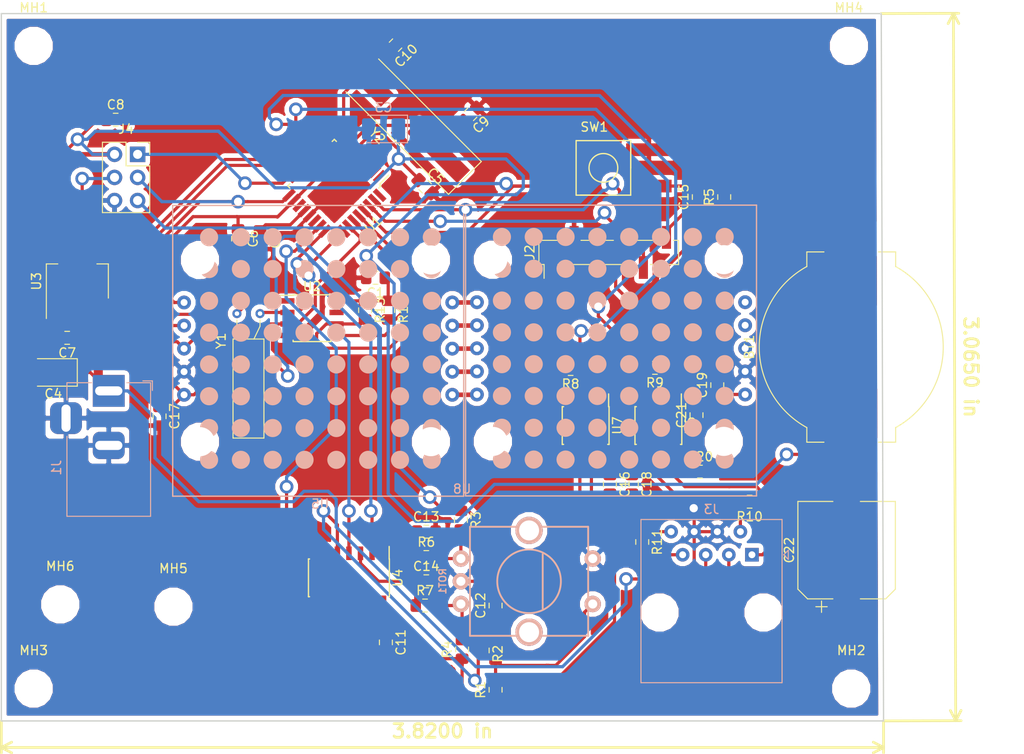
<source format=kicad_pcb>
(kicad_pcb (version 20171130) (host pcbnew 5.0.0-fee4fd1~66~ubuntu18.04.1)
  (layers (0 F.Cu signal) (31 B.Cu signal) (34 B.Paste user) (35 F.Paste user) (36 B.SilkS user) (37 F.SilkS user) (38 B.Mask user) (39 F.Mask user) (44 Edge.Cuts user))
  (net 0 "")
  (net 1 VCC)
  (net 2 "Net-(R4-Pad2)")
  (net 3 GND)
  (net 4 Echo)
  (net 5 "Net-(C12-Pad1)")
  (net 6 "Net-(R1-Pad2)")
  (net 7 Trig)
  (net 8 Trig+)
  (net 9 Trig-)
  (net 10 Echo-)
  (net 11 Echo+)
  (net 12 "Net-(C14-Pad1)")
  (net 13 "Net-(C13-Pad1)")
  (net 14 "Net-(R3-Pad2)")
  (net 15 reset_in)
  (net 16 "Net-(U3-Pad4)")
  (net 17 +12V)
  (net 18 "Net-(U2-Pad1)")
  (net 19 "Net-(U2-Pad2)")
  (net 20 +BATT)
  (net 21 sda)
  (net 22 scl)
  (net 23 "Net-(U2-Pad7)")
  (net 24 "Net-(U6-Pad5)")
  (net 25 "Net-(U6-Pad3)")
  (net 26 "Net-(U7-Pad1)")
  (net 27 "Net-(U7-Pad2)")
  (net 28 encA)
  (net 29 encB)
  (net 30 "Net-(U4-Pad6)")
  (net 31 encBTN)
  (net 32 "Net-(U1-Pad1)")
  (net 33 "Net-(U1-Pad2)")
  (net 34 "Net-(C9-Pad2)")
  (net 35 "Net-(C10-Pad2)")
  (net 36 "Net-(U1-Pad9)")
  (net 37 "Net-(U1-Pad12)")
  (net 38 "Net-(U1-Pad13)")
  (net 39 CS)
  (net 40 MOSI)
  (net 41 MISO)
  (net 42 SCK)
  (net 43 "Net-(U1-Pad19)")
  (net 44 "Net-(C2-Pad1)")
  (net 45 "Net-(U1-Pad22)")
  (net 46 RXI)
  (net 47 TX0)
  (net 48 "Net-(U1-Pad32)")
  (net 49 "Net-(U5-Pad10)")
  (net 50 "Net-(U5-Pad9)")
  (net 51 "Net-(U5-Pad6)")
  (net 52 "Net-(U5-Pad8)")
  (net 53 "Net-(U5-Pad7)")
  (net 54 "Net-(U8-Pad7)")
  (net 55 "Net-(U8-Pad8)")
  (net 56 "Net-(U8-Pad6)")
  (net 57 RST)
  (module Connector_PinSocket_2.54mm:PinSocket_2x03_P2.54mm_Vertical (layer F.Cu) (at 108.077 70.612)
    (fp_text reference J4 (at -1.27 -2.77) (layer F.SilkS))
    (fp_text value AVR-ISP-6)
    (pad 1 thru_hole rect (at 0 0) (size 1.7 1.7) (drill 1) (layers *.Cu *.Mask) (net 41 MISO))
    (pad 2 thru_hole oval (at -2.54 0) (size 1.7 1.7) (drill 1) (layers *.Cu *.Mask) (net 1 VCC))
    (pad 3 thru_hole oval (at 0 2.54) (size 1.7 1.7) (drill 1) (layers *.Cu *.Mask) (net 42 SCK))
    (pad 4 thru_hole oval (at -2.54 2.54) (size 1.7 1.7) (drill 1) (layers *.Cu *.Mask) (net 40 MOSI))
    (pad 5 thru_hole oval (at 0 5.08) (size 1.7 1.7) (drill 1) (layers *.Cu *.Mask) (net 15 reset_in))
    (pad 6 thru_hole oval (at -2.54 5.08) (size 1.7 1.7) (drill 1) (layers *.Cu *.Mask) (net 3 GND))
  )
  (module Libs:8x8LEDArray (layer B.Cu) (at 111.935 108.235)
    (fp_text reference U5 (at 16.208 0.858) (layer B.SilkS) (effects (justify mirror)))
    (fp_text value 8x8-LEDArray)
    (pad 1 thru_hole circle (at 1.25 -11.16) (size 1.524 1.524) (drill 0.762) (layers *.Cu *.Mask) (net 1 VCC))
    (pad 2 thru_hole circle (at 1.25 -13.7) (size 1.524 1.524) (drill 0.762) (layers *.Cu *.Mask) (net 3 GND))
    (pad 3 thru_hole circle (at 1.25 -16.24) (size 1.524 1.524) (drill 0.762) (layers *.Cu *.Mask) (net 40 MOSI))
    (pad 4 thru_hole circle (at 1.25 -18.78) (size 1.524 1.524) (drill 0.762) (layers *.Cu *.Mask) (net 39 CS))
    (pad 5 thru_hole circle (at 1.25 -21.32) (size 1.524 1.524) (drill 0.762) (layers *.Cu *.Mask) (net 42 SCK))
    (pad 10 thru_hole circle (at 30.75 -11.16) (size 1.524 1.524) (drill 0.762) (layers *.Cu *.Mask) (net 49 "Net-(U5-Pad10)"))
    (pad 9 thru_hole circle (at 30.75 -13.7) (size 1.524 1.524) (drill 0.762) (layers *.Cu *.Mask) (net 50 "Net-(U5-Pad9)"))
    (pad 6 thru_hole circle (at 30.75 -21.32) (size 1.524 1.524) (drill 0.762) (layers *.Cu *.Mask) (net 51 "Net-(U5-Pad6)"))
    (pad 8 thru_hole circle (at 30.75 -16.24) (size 1.524 1.524) (drill 0.762) (layers *.Cu *.Mask) (net 52 "Net-(U5-Pad8)"))
    (pad 7 thru_hole circle (at 30.75 -18.78) (size 1.524 1.524) (drill 0.762) (layers *.Cu *.Mask) (net 53 "Net-(U5-Pad7)"))
    (pad "" np_thru_hole circle (at 3 -6) (size 3.2 3.2) (drill 3.2) (layers *.Cu *.Mask))
    (pad "" np_thru_hole circle (at 28.4 -6) (size 3.2 3.2) (drill 3.2) (layers *.Cu *.Mask))
    (pad 12 np_thru_hole circle (at 3 -26) (size 3.2 3.2) (drill 3.2) (layers *.Cu *.Mask))
    (pad 22 np_thru_hole circle (at 28.4 -26) (size 3.2 3.2) (drill 3.2) (layers *.Cu *.Mask))
  )
  (module Battery:BatteryHolder_MPD_BC2003_1x2032 (layer F.Cu) (at 186.563 91.821 90)
    (fp_text reference BT1 (at 0 -11.2 90) (layer F.SilkS))
    (fp_text value CR2032)
    (pad 2 smd rect (at 0 0 90) (size 8 5.56) (layers F.Cu F.Paste F.Mask) (net 3 GND))
    (pad 1 smd rect (at 11.905 0 90) (size 2.6 5.56) (layers F.Cu F.Paste F.Mask) (net 20 +BATT))
    (pad 1 smd rect (at -11.905 0 90) (size 2.6 5.56) (layers F.Cu F.Paste F.Mask) (net 20 +BATT))
  )
  (module Resistor_SMD:R_0805_2012Metric_Pad1.15x1.40mm_HandSolder (layer F.Cu) (at 135.636 87.757 270)
    (fp_text reference R12 (at 0 -1.65 270) (layer F.SilkS))
    (fp_text value 4k7)
    (pad 2 smd roundrect (at 1.025 0 270) (size 1.15 1.4) (layers F.Cu F.Paste F.Mask) (roundrect_rratio 0.217391) (net 21 sda))
    (pad 1 smd roundrect (at -1.025 0 270) (size 1.15 1.4) (layers F.Cu F.Paste F.Mask) (roundrect_rratio 0.217391) (net 1 VCC))
  )
  (module Resistor_SMD:R_0805_2012Metric_Pad1.15x1.40mm_HandSolder (layer F.Cu) (at 133.096 87.766 270)
    (fp_text reference R13 (at 0 -1.65 270) (layer F.SilkS))
    (fp_text value 4k7)
    (pad 1 smd roundrect (at -1.025 0 270) (size 1.15 1.4) (layers F.Cu F.Paste F.Mask) (roundrect_rratio 0.217391) (net 1 VCC))
    (pad 2 smd roundrect (at 1.025 0 270) (size 1.15 1.4) (layers F.Cu F.Paste F.Mask) (roundrect_rratio 0.217391) (net 22 scl))
  )
  (module Crystal:Crystal_AT310_D3.0mm_L10.0mm_Horizontal (layer F.Cu) (at 118.999 88.138)
    (fp_text reference Y1 (at -1.75 3 90) (layer F.SilkS))
    (fp_text value 32.768kHz)
    (pad 1 thru_hole circle (at 0 0) (size 1 1) (drill 0.5) (layers *.Cu *.Mask) (net 18 "Net-(U2-Pad1)"))
    (pad 2 thru_hole circle (at 2.54 0) (size 1 1) (drill 0.5) (layers *.Cu *.Mask) (net 19 "Net-(U2-Pad2)"))
  )
  (module Crystal:Crystal_SMD_HC49-SD_HandSoldering (layer F.Cu) (at 136.950849 66.085999 135)
    (fp_text reference Y2 (at 0 -3.55 135) (layer F.SilkS))
    (fp_text value Crystal)
    (pad 1 smd rect (at -5.937501 0 135) (size 7.875 2) (layers F.Cu F.Paste F.Mask) (net 34 "Net-(C9-Pad2)"))
    (pad 2 smd rect (at 5.937501 0 135) (size 7.875 2) (layers F.Cu F.Paste F.Mask) (net 35 "Net-(C10-Pad2)"))
  )
  (module MountingHole:MountingHole_3.2mm_M3 (layer F.Cu) (at 112.014 120.396)
    (fp_text reference MH5 (at 0 -4.2) (layer F.SilkS))
    (fp_text value StripsFäste)
    (pad 1 np_thru_hole circle (at 0 0) (size 3.2 3.2) (drill 3.2) (layers *.Cu *.Mask))
  )
  (module MountingHole:MountingHole_3.2mm_M3 (layer F.Cu) (at 99.568 120.142)
    (fp_text reference MH6 (at 0 -4.2) (layer F.SilkS))
    (fp_text value StripsFäste)
    (pad 1 np_thru_hole circle (at 0 0) (size 3.2 3.2) (drill 3.2) (layers *.Cu *.Mask))
  )
  (module Capacitor_SMD:CP_Elec_10x10.5 (layer F.Cu) (at 186.055 114.173 90)
    (fp_text reference C22 (at 0 -6.3 90) (layer F.SilkS))
    (fp_text value "50-100 uF")
    (pad 1 smd rect (at -4.2 0 90) (size 4.4 2.5) (layers F.Cu F.Paste F.Mask) (net 17 +12V))
    (pad 2 smd rect (at 4.2 0 90) (size 4.4 2.5) (layers F.Cu F.Paste F.Mask) (net 3 GND))
  )
  (module Capacitor_SMD:C_0805_2012Metric_Pad1.15x1.40mm_HandSolder (layer F.Cu) (at 136.442849 58.592999 225)
    (fp_text reference C10 (at 0 -1.65 225) (layer F.SilkS))
    (fp_text value 22pF)
    (pad 1 smd roundrect (at -1.024999 0 225) (size 1.15 1.4) (layers F.Cu F.Paste F.Mask) (roundrect_rratio 0.217391) (net 3 GND))
    (pad 2 smd roundrect (at 1.024999 0 225) (size 1.15 1.4) (layers F.Cu F.Paste F.Mask) (roundrect_rratio 0.217391) (net 35 "Net-(C10-Pad2)"))
  )
  (module Capacitor_SMD:C_0805_2012Metric_Pad1.15x1.40mm_HandSolder (layer F.Cu) (at 169.545 99.314 90)
    (fp_text reference C21 (at 0 -1.65 90) (layer F.SilkS))
    (fp_text value 10n)
    (pad 2 smd roundrect (at 1.025 0 90) (size 1.15 1.4) (layers F.Cu F.Paste F.Mask) (roundrect_rratio 0.217391) (net 3 GND))
    (pad 1 smd roundrect (at -1.025 0 90) (size 1.15 1.4) (layers F.Cu F.Paste F.Mask) (roundrect_rratio 0.217391) (net 1 VCC))
  )
  (module Capacitor_SMD:C_0805_2012Metric_Pad1.15x1.40mm_HandSolder (layer F.Cu) (at 169.926 105.537)
    (fp_text reference C20 (at 0 -1.65) (layer F.SilkS))
    (fp_text value 100n)
    (pad 1 smd roundrect (at -1.025 0) (size 1.15 1.4) (layers F.Cu F.Paste F.Mask) (roundrect_rratio 0.217391) (net 1 VCC))
    (pad 2 smd roundrect (at 1.025 0) (size 1.15 1.4) (layers F.Cu F.Paste F.Mask) (roundrect_rratio 0.217391) (net 3 GND))
  )
  (module Capacitor_SMD:C_0805_2012Metric_Pad1.15x1.40mm_HandSolder (layer F.Cu) (at 171.831 96.012 90)
    (fp_text reference C19 (at 0 -1.65 90) (layer F.SilkS))
    (fp_text value 100n)
    (pad 2 smd roundrect (at 1.025 0 90) (size 1.15 1.4) (layers F.Cu F.Paste F.Mask) (roundrect_rratio 0.217391) (net 3 GND))
    (pad 1 smd roundrect (at -1.025 0 90) (size 1.15 1.4) (layers F.Cu F.Paste F.Mask) (roundrect_rratio 0.217391) (net 1 VCC))
  )
  (module Capacitor_SMD:C_0805_2012Metric_Pad1.15x1.40mm_HandSolder (layer F.Cu) (at 162.433 106.934 270)
    (fp_text reference C18 (at 0 -1.65 270) (layer F.SilkS))
    (fp_text value 10n)
    (pad 1 smd roundrect (at -1.025 0 270) (size 1.15 1.4) (layers F.Cu F.Paste F.Mask) (roundrect_rratio 0.217391) (net 1 VCC))
    (pad 2 smd roundrect (at 1.025 0 270) (size 1.15 1.4) (layers F.Cu F.Paste F.Mask) (roundrect_rratio 0.217391) (net 3 GND))
  )
  (module Capacitor_SMD:C_0805_2012Metric_Pad1.15x1.40mm_HandSolder (layer F.Cu) (at 110.49 99.441 270)
    (fp_text reference C17 (at 0 -1.65 270) (layer F.SilkS))
    (fp_text value 100n)
    (pad 2 smd roundrect (at 1.025 0 270) (size 1.15 1.4) (layers F.Cu F.Paste F.Mask) (roundrect_rratio 0.217391) (net 3 GND))
    (pad 1 smd roundrect (at -1.025 0 270) (size 1.15 1.4) (layers F.Cu F.Paste F.Mask) (roundrect_rratio 0.217391) (net 1 VCC))
  )
  (module Capacitor_SMD:C_0805_2012Metric_Pad1.15x1.40mm_HandSolder (layer F.Cu) (at 160.02 106.934 270)
    (fp_text reference C16 (at 0 -1.65 270) (layer F.SilkS))
    (fp_text value 100n)
    (pad 1 smd roundrect (at -1.025 0 270) (size 1.15 1.4) (layers F.Cu F.Paste F.Mask) (roundrect_rratio 0.217391) (net 1 VCC))
    (pad 2 smd roundrect (at 1.025 0 270) (size 1.15 1.4) (layers F.Cu F.Paste F.Mask) (roundrect_rratio 0.217391) (net 3 GND))
  )
  (module Capacitor_SMD:C_0805_2012Metric_Pad1.15x1.40mm_HandSolder (layer F.Cu) (at 139.827 117.602)
    (fp_text reference C14 (at 0 -1.65) (layer F.SilkS))
    (fp_text value 100n)
    (pad 2 smd roundrect (at 1.025 0) (size 1.15 1.4) (layers F.Cu F.Paste F.Mask) (roundrect_rratio 0.217391) (net 3 GND))
    (pad 1 smd roundrect (at -1.025 0) (size 1.15 1.4) (layers F.Cu F.Paste F.Mask) (roundrect_rratio 0.217391) (net 12 "Net-(C14-Pad1)"))
  )
  (module Capacitor_SMD:C_0805_2012Metric_Pad1.15x1.40mm_HandSolder (layer F.Cu) (at 139.827 112.141)
    (fp_text reference C13 (at 0 -1.65) (layer F.SilkS))
    (fp_text value 100n)
    (pad 1 smd roundrect (at -1.025 0) (size 1.15 1.4) (layers F.Cu F.Paste F.Mask) (roundrect_rratio 0.217391) (net 13 "Net-(C13-Pad1)"))
    (pad 2 smd roundrect (at 1.025 0) (size 1.15 1.4) (layers F.Cu F.Paste F.Mask) (roundrect_rratio 0.217391) (net 3 GND))
  )
  (module Capacitor_SMD:C_0805_2012Metric_Pad1.15x1.40mm_HandSolder (layer F.Cu) (at 147.447 120.269 90)
    (fp_text reference C12 (at 0 -1.65 90) (layer F.SilkS))
    (fp_text value 100n)
    (pad 2 smd roundrect (at 1.025 0 90) (size 1.15 1.4) (layers F.Cu F.Paste F.Mask) (roundrect_rratio 0.217391) (net 3 GND))
    (pad 1 smd roundrect (at -1.025 0 90) (size 1.15 1.4) (layers F.Cu F.Paste F.Mask) (roundrect_rratio 0.217391) (net 5 "Net-(C12-Pad1)"))
  )
  (module Capacitor_SMD:C_0805_2012Metric_Pad1.15x1.40mm_HandSolder (layer F.Cu) (at 135.382 124.324 270)
    (fp_text reference C11 (at 0 -1.65 270) (layer F.SilkS))
    (fp_text value 100n)
    (pad 1 smd roundrect (at -1.025 0 270) (size 1.15 1.4) (layers F.Cu F.Paste F.Mask) (roundrect_rratio 0.217391) (net 1 VCC))
    (pad 2 smd roundrect (at 1.025 0 270) (size 1.15 1.4) (layers F.Cu F.Paste F.Mask) (roundrect_rratio 0.217391) (net 3 GND))
  )
  (module Capacitor_SMD:C_0805_2012Metric_Pad1.15x1.40mm_HandSolder (layer F.Cu) (at 144.697849 66.212999 225)
    (fp_text reference C9 (at 0 -1.65 225) (layer F.SilkS))
    (fp_text value 22pF)
    (pad 2 smd roundrect (at 1.024999 0 225) (size 1.15 1.4) (layers F.Cu F.Paste F.Mask) (roundrect_rratio 0.217391) (net 34 "Net-(C9-Pad2)"))
    (pad 1 smd roundrect (at -1.024999 0 225) (size 1.15 1.4) (layers F.Cu F.Paste F.Mask) (roundrect_rratio 0.217391) (net 3 GND))
  )
  (module Capacitor_SMD:C_0805_2012Metric_Pad1.15x1.40mm_HandSolder (layer F.Cu) (at 105.664 66.802)
    (fp_text reference C8 (at 0 -1.65) (layer F.SilkS))
    (fp_text value 100n)
    (pad 1 smd roundrect (at -1.025 0) (size 1.15 1.4) (layers F.Cu F.Paste F.Mask) (roundrect_rratio 0.217391) (net 1 VCC))
    (pad 2 smd roundrect (at 1.025 0) (size 1.15 1.4) (layers F.Cu F.Paste F.Mask) (roundrect_rratio 0.217391) (net 3 GND))
  )
  (module Capacitor_SMD:C_0805_2012Metric_Pad1.15x1.40mm_HandSolder (layer F.Cu) (at 100.33 90.805 180)
    (fp_text reference C7 (at 0 -1.65 180) (layer F.SilkS))
    (fp_text value 22uF)
    (pad 2 smd roundrect (at 1.025 0 180) (size 1.15 1.4) (layers F.Cu F.Paste F.Mask) (roundrect_rratio 0.217391) (net 3 GND))
    (pad 1 smd roundrect (at -1.025 0 180) (size 1.15 1.4) (layers F.Cu F.Paste F.Mask) (roundrect_rratio 0.217391) (net 1 VCC))
  )
  (module Capacitor_SMD:C_0805_2012Metric_Pad1.15x1.40mm_HandSolder (layer F.Cu) (at 119.126 79.892 270)
    (fp_text reference C6 (at 0 -1.65 270) (layer F.SilkS))
    (fp_text value 100n)
    (pad 1 smd roundrect (at -1.025 0 270) (size 1.15 1.4) (layers F.Cu F.Paste F.Mask) (roundrect_rratio 0.217391) (net 1 VCC))
    (pad 2 smd roundrect (at 1.025 0 270) (size 1.15 1.4) (layers F.Cu F.Paste F.Mask) (roundrect_rratio 0.217391) (net 3 GND))
  )
  (module Capacitor_SMD:C_0805_2012Metric_Pad1.15x1.40mm_HandSolder (layer F.Cu) (at 139.7 74.168 315)
    (fp_text reference C5 (at 0 -1.65 315) (layer F.SilkS))
    (fp_text value 100n)
    (pad 2 smd roundrect (at 1.024999 0 315) (size 1.15 1.4) (layers F.Cu F.Paste F.Mask) (roundrect_rratio 0.217391) (net 3 GND))
    (pad 1 smd roundrect (at -1.024999 0 315) (size 1.15 1.4) (layers F.Cu F.Paste F.Mask) (roundrect_rratio 0.217391) (net 1 VCC))
  )
  (module Capacitor_SMD:C_0805_2012Metric_Pad1.15x1.40mm_HandSolder (layer F.Cu) (at 121.539 80.01 270)
    (fp_text reference C2 (at 0 -1.65 270) (layer F.SilkS))
    (fp_text value 100n)
    (pad 1 smd roundrect (at -1.025 0 270) (size 1.15 1.4) (layers F.Cu F.Paste F.Mask) (roundrect_rratio 0.217391) (net 44 "Net-(C2-Pad1)"))
    (pad 2 smd roundrect (at 1.025 0 270) (size 1.15 1.4) (layers F.Cu F.Paste F.Mask) (roundrect_rratio 0.217391) (net 3 GND))
  )
  (module Capacitor_SMD:C_0805_2012Metric_Pad1.15x1.40mm_HandSolder (layer F.Cu) (at 134.239 84.201 180)
    (fp_text reference C1 (at 0 -1.65 180) (layer F.SilkS))
    (fp_text value 100n)
    (pad 2 smd roundrect (at 1.025 0 180) (size 1.15 1.4) (layers F.Cu F.Paste F.Mask) (roundrect_rratio 0.217391) (net 3 GND))
    (pad 1 smd roundrect (at -1.025 0 180) (size 1.15 1.4) (layers F.Cu F.Paste F.Mask) (roundrect_rratio 0.217391) (net 1 VCC))
  )
  (module Capacitor_SMD:C_0805_2012Metric_Pad1.15x1.40mm_HandSolder (layer F.Cu) (at 169.799 75.311 90)
    (fp_text reference C15 (at 0 -1.65 90) (layer F.SilkS))
    (fp_text value 100nF)
    (pad 1 smd roundrect (at -1.025 0 90) (size 1.15 1.4) (layers F.Cu F.Paste F.Mask) (roundrect_rratio 0.217391) (net 57 RST))
    (pad 2 smd roundrect (at 1.025 0 90) (size 1.15 1.4) (layers F.Cu F.Paste F.Mask) (roundrect_rratio 0.217391) (net 15 reset_in))
  )
  (module Capacitor_Tantalum_SMD:CP_EIA-3528-12_Kemet-T_Pad1.50x2.35mm_HandSolder (layer F.Cu) (at 98.806 94.615 180)
    (fp_text reference C4 (at 0 -2.35 180) (layer F.SilkS))
    (fp_text value 10uF)
    (pad 2 smd roundrect (at 1.625 0 180) (size 1.5 2.35) (layers F.Cu F.Paste F.Mask) (roundrect_rratio 0.166667) (net 3 GND))
    (pad 1 smd roundrect (at -1.625 0 180) (size 1.5 2.35) (layers F.Cu F.Paste F.Mask) (roundrect_rratio 0.166667) (net 17 +12V))
  )
  (module Capacitor_Tantalum_SMD:CP_EIA-3528-12_Kemet-T_Pad1.50x2.35mm_HandSolder (layer B.Cu) (at 135.128 67.818 180)
    (fp_text reference C3 (at 0 2.35 180) (layer B.SilkS) (effects (justify mirror)))
    (fp_text value 10uF)
    (pad 1 smd roundrect (at -1.625 0 180) (size 1.5 2.35) (layers B.Cu B.Paste B.Mask) (roundrect_rratio 0.166667) (net 1 VCC))
    (pad 2 smd roundrect (at 1.625 0 180) (size 1.5 2.35) (layers B.Cu B.Paste B.Mask) (roundrect_rratio 0.166667) (net 3 GND))
  )
  (module Connector_BarrelJack:BarrelJack_Horizontal (layer B.Cu) (at 104.902 96.647 90)
    (fp_text reference J1 (at -8.45 -5.75 90) (layer B.SilkS) (effects (justify mirror)))
    (fp_text value Barrel_Jack_Switch)
    (pad 1 thru_hole rect (at 0 0 90) (size 3.5 3.5) (drill oval 1 3) (layers *.Cu *.Mask) (net 17 +12V))
    (pad 2 thru_hole roundrect (at -6 0 90) (size 3 3.5) (drill oval 1 3) (layers *.Cu *.Mask) (net 3 GND))
    (pad 3 thru_hole roundrect (at -3 -4.7 90) (size 3.5 3.5) (drill oval 3 1) (layers *.Cu *.Mask) (net 3 GND))
  )
  (module Connector_PinHeader_2.54mm:PinHeader_1x06_P2.54mm_Vertical_SMD_Pin1Left (layer F.Cu) (at 159.893 81.407 90)
    (fp_text reference J2 (at 0 -8.68 90) (layer F.SilkS))
    (fp_text value FTDI-Cable-Header)
    (pad 1 smd rect (at -1.655 -6.35 90) (size 2.51 1) (layers F.Cu F.Paste F.Mask) (net 3 GND))
    (pad 3 smd rect (at -1.655 -1.27 90) (size 2.51 1) (layers F.Cu F.Paste F.Mask) (net 1 VCC))
    (pad 5 smd rect (at -1.655 3.81 90) (size 2.51 1) (layers F.Cu F.Paste F.Mask) (net 47 TX0))
    (pad 2 smd rect (at 1.655 -3.81 90) (size 2.51 1) (layers F.Cu F.Paste F.Mask) (net 3 GND))
    (pad 4 smd rect (at 1.655 1.27 90) (size 2.51 1) (layers F.Cu F.Paste F.Mask) (net 46 RXI))
    (pad 6 smd rect (at 1.655 6.35 90) (size 2.51 1) (layers F.Cu F.Paste F.Mask) (net 57 RST))
  )
  (module Connector_RJ:RJ45_Amphenol_54602-x08_Horizontal (layer B.Cu) (at 175.641 114.681 180)
    (fp_text reference J3 (at 4.445 5 180) (layer B.SilkS) (effects (justify mirror)))
    (fp_text value 8P8C)
    (pad "" np_thru_hole circle (at 10.16 -6.35 180) (size 3.2 3.2) (drill 3.2) (layers *.Cu *.Mask))
    (pad "" np_thru_hole circle (at -1.27 -6.35 180) (size 3.2 3.2) (drill 3.2) (layers *.Cu *.Mask))
    (pad 1 thru_hole rect (at 0 0 180) (size 1.5 1.5) (drill 0.76) (layers *.Cu *.Mask) (net 8 Trig+))
    (pad 2 thru_hole circle (at 1.27 2.54 180) (size 1.5 1.5) (drill 0.76) (layers *.Cu *.Mask) (net 9 Trig-))
    (pad 3 thru_hole circle (at 2.54 0 180) (size 1.5 1.5) (drill 0.76) (layers *.Cu *.Mask) (net 17 +12V))
    (pad 4 thru_hole circle (at 3.81 2.54 180) (size 1.5 1.5) (drill 0.76) (layers *.Cu *.Mask) (net 3 GND))
    (pad 5 thru_hole circle (at 5.08 0 180) (size 1.5 1.5) (drill 0.76) (layers *.Cu *.Mask) (net 17 +12V))
    (pad 6 thru_hole circle (at 6.35 2.54 180) (size 1.5 1.5) (drill 0.76) (layers *.Cu *.Mask) (net 3 GND))
    (pad 7 thru_hole circle (at 7.62 0 180) (size 1.5 1.5) (drill 0.76) (layers *.Cu *.Mask) (net 10 Echo-))
    (pad 8 thru_hole circle (at 8.89 2.54 180) (size 1.5 1.5) (drill 0.76) (layers *.Cu *.Mask) (net 11 Echo+))
  )
  (module Libs:8x8LEDArray (layer B.Cu) (at 144.145 108.204)
    (fp_text reference U8 (at -0.381 -0.762) (layer B.SilkS) (effects (justify mirror)))
    (fp_text value 8x8-LEDArray)
    (pad 22 np_thru_hole circle (at 28.4 -26) (size 3.2 3.2) (drill 3.2) (layers *.Cu *.Mask))
    (pad 12 np_thru_hole circle (at 3 -26) (size 3.2 3.2) (drill 3.2) (layers *.Cu *.Mask))
    (pad "" np_thru_hole circle (at 28.4 -6) (size 3.2 3.2) (drill 3.2) (layers *.Cu *.Mask))
    (pad "" np_thru_hole circle (at 3 -6) (size 3.2 3.2) (drill 3.2) (layers *.Cu *.Mask))
    (pad 7 thru_hole circle (at 30.75 -18.78) (size 1.524 1.524) (drill 0.762) (layers *.Cu *.Mask) (net 54 "Net-(U8-Pad7)"))
    (pad 8 thru_hole circle (at 30.75 -16.24) (size 1.524 1.524) (drill 0.762) (layers *.Cu *.Mask) (net 55 "Net-(U8-Pad8)"))
    (pad 6 thru_hole circle (at 30.75 -21.32) (size 1.524 1.524) (drill 0.762) (layers *.Cu *.Mask) (net 56 "Net-(U8-Pad6)"))
    (pad 9 thru_hole circle (at 30.75 -13.7) (size 1.524 1.524) (drill 0.762) (layers *.Cu *.Mask) (net 3 GND))
    (pad 10 thru_hole circle (at 30.75 -11.16) (size 1.524 1.524) (drill 0.762) (layers *.Cu *.Mask) (net 1 VCC))
    (pad 5 thru_hole circle (at 1.25 -21.32) (size 1.524 1.524) (drill 0.762) (layers *.Cu *.Mask) (net 51 "Net-(U5-Pad6)"))
    (pad 4 thru_hole circle (at 1.25 -18.78) (size 1.524 1.524) (drill 0.762) (layers *.Cu *.Mask) (net 53 "Net-(U5-Pad7)"))
    (pad 3 thru_hole circle (at 1.25 -16.24) (size 1.524 1.524) (drill 0.762) (layers *.Cu *.Mask) (net 52 "Net-(U5-Pad8)"))
    (pad 2 thru_hole circle (at 1.25 -13.7) (size 1.524 1.524) (drill 0.762) (layers *.Cu *.Mask) (net 50 "Net-(U5-Pad9)"))
    (pad 1 thru_hole circle (at 1.25 -11.16) (size 1.524 1.524) (drill 0.762) (layers *.Cu *.Mask) (net 49 "Net-(U5-Pad10)"))
  )
  (module "Libs:PushBTN KSC241G" (layer F.Cu) (at 154.305 70.104)
    (fp_text reference SW1 (at 4 -2.5) (layer F.SilkS))
    (fp_text value SW_Push)
    (pad 1 smd rect (at 0 4) (size 5 1.4) (layers F.Cu F.Paste F.Mask) (net 15 reset_in))
    (pad 2 smd rect (at 0 0) (size 5 1.4) (layers F.Cu F.Paste F.Mask) (net 3 GND))
    (pad 2 smd rect (at 10 0) (size 5 1.4) (layers F.Cu F.Paste F.Mask) (net 3 GND))
    (pad 1 smd rect (at 10 4) (size 5 1.4) (layers F.Cu F.Paste F.Mask) (net 15 reset_in))
  )
  (module Libs:ROTARY-ENCODER-Ebay (layer B.Cu) (at 151.13 117.602 90)
    (fp_text reference ROT1 (at 0 -9.5 90) (layer B.SilkS) (effects (font (size 0.762 0.762) (thickness 0.1524)) (justify mirror)))
    (fp_text value ROTARY-ENCODER-Ebay hide)
    (pad 4 thru_hole circle (at -2.5 7 90) (size 1.8 1.8) (drill 1) (layers *.Cu *.Mask B.SilkS) (net 6 "Net-(R1-Pad2)"))
    (pad 3 thru_hole circle (at -2.5 -7.5 90) (size 1.8 1.8) (drill 1) (layers *.Cu *.Mask B.SilkS) (net 2 "Net-(R4-Pad2)"))
    (pad 2 thru_hole circle (at 0 -7.5 90) (size 1.8 1.8) (drill 1) (layers *.Cu *.Mask B.SilkS) (net 3 GND))
    (pad 1 thru_hole circle (at 2.5 -7.5 90) (size 1.8 1.8) (drill 1) (layers *.Cu *.Mask B.SilkS) (net 14 "Net-(R3-Pad2)"))
    (pad 5 thru_hole circle (at 2.5 7 90) (size 1.8 1.8) (drill 1) (layers *.Cu *.Mask B.SilkS) (net 3 GND))
    (pad "" thru_hole circle (at 5.6 0 90) (size 3 3) (drill 2.2) (layers *.Cu *.Mask B.SilkS))
    (pad "" thru_hole circle (at -5.6 0 90) (size 3 3) (drill 2.2) (layers *.Cu *.Mask B.SilkS))
  )
  (module MountingHole:MountingHole_3.2mm_M3 (layer F.Cu) (at 186.563 129.413)
    (fp_text reference MH2 (at 0 -4.2) (layer F.SilkS))
    (fp_text value MountingHole)
    (pad 1 np_thru_hole circle (at 0 0) (size 3.2 3.2) (drill 3.2) (layers *.Cu *.Mask))
  )
  (module MountingHole:MountingHole_3.2mm_M3 (layer F.Cu) (at 96.647 129.413)
    (fp_text reference MH3 (at 0 -4.2) (layer F.SilkS))
    (fp_text value MountingHole)
    (pad 1 np_thru_hole circle (at 0 0) (size 3.2 3.2) (drill 3.2) (layers *.Cu *.Mask))
  )
  (module MountingHole:MountingHole_3.2mm_M3 (layer F.Cu) (at 186.309 58.674)
    (fp_text reference MH4 (at 0 -4.2) (layer F.SilkS))
    (fp_text value MountingHole)
    (pad 1 np_thru_hole circle (at 0 0) (size 3.2 3.2) (drill 3.2) (layers *.Cu *.Mask))
  )
  (module MountingHole:MountingHole_3.2mm_M3 (layer F.Cu) (at 96.647 58.674)
    (fp_text reference MH1 (at 0 -4.2) (layer F.SilkS))
    (fp_text value MountingHole)
    (pad 1 np_thru_hole circle (at 0 0) (size 3.2 3.2) (drill 3.2) (layers *.Cu *.Mask))
  )
  (module Package_QFP:TQFP-32_7x7mm_P0.8mm (layer F.Cu) (at 129.711849 74.086999 225)
    (fp_text reference U1 (at 0 -6.05 225) (layer F.SilkS))
    (fp_text value ATMEGA328P-AU-Arduino)
    (pad 1 smd rect (at -4.25 -2.8 225) (size 1.6 0.55) (layers F.Cu F.Paste F.Mask) (net 32 "Net-(U1-Pad1)"))
    (pad 2 smd rect (at -4.25 -2 225) (size 1.6 0.55) (layers F.Cu F.Paste F.Mask) (net 33 "Net-(U1-Pad2)"))
    (pad 3 smd rect (at -4.25 -1.2 225) (size 1.6 0.55) (layers F.Cu F.Paste F.Mask) (net 3 GND))
    (pad 4 smd rect (at -4.25 -0.4 225) (size 1.6 0.55) (layers F.Cu F.Paste F.Mask) (net 1 VCC))
    (pad 5 smd rect (at -4.25 0.4 225) (size 1.6 0.55) (layers F.Cu F.Paste F.Mask) (net 3 GND))
    (pad 6 smd rect (at -4.25 1.2 225) (size 1.6 0.55) (layers F.Cu F.Paste F.Mask) (net 1 VCC))
    (pad 7 smd rect (at -4.25 2 225) (size 1.6 0.55) (layers F.Cu F.Paste F.Mask) (net 34 "Net-(C9-Pad2)"))
    (pad 8 smd rect (at -4.25 2.8 225) (size 1.6 0.55) (layers F.Cu F.Paste F.Mask) (net 35 "Net-(C10-Pad2)"))
    (pad 9 smd rect (at -2.8 4.25 315) (size 1.6 0.55) (layers F.Cu F.Paste F.Mask) (net 36 "Net-(U1-Pad9)"))
    (pad 10 smd rect (at -2 4.25 315) (size 1.6 0.55) (layers F.Cu F.Paste F.Mask) (net 7 Trig))
    (pad 11 smd rect (at -1.2 4.25 315) (size 1.6 0.55) (layers F.Cu F.Paste F.Mask) (net 4 Echo))
    (pad 12 smd rect (at -0.4 4.25 315) (size 1.6 0.55) (layers F.Cu F.Paste F.Mask) (net 37 "Net-(U1-Pad12)"))
    (pad 13 smd rect (at 0.4 4.25 315) (size 1.6 0.55) (layers F.Cu F.Paste F.Mask) (net 38 "Net-(U1-Pad13)"))
    (pad 14 smd rect (at 1.2 4.25 315) (size 1.6 0.55) (layers F.Cu F.Paste F.Mask) (net 39 CS))
    (pad 15 smd rect (at 2 4.25 315) (size 1.6 0.55) (layers F.Cu F.Paste F.Mask) (net 40 MOSI))
    (pad 16 smd rect (at 2.8 4.25 315) (size 1.6 0.55) (layers F.Cu F.Paste F.Mask) (net 41 MISO))
    (pad 17 smd rect (at 4.25 2.8 225) (size 1.6 0.55) (layers F.Cu F.Paste F.Mask) (net 42 SCK))
    (pad 18 smd rect (at 4.25 2 225) (size 1.6 0.55) (layers F.Cu F.Paste F.Mask) (net 1 VCC))
    (pad 19 smd rect (at 4.25 1.2 225) (size 1.6 0.55) (layers F.Cu F.Paste F.Mask) (net 43 "Net-(U1-Pad19)"))
    (pad 20 smd rect (at 4.25 0.4 225) (size 1.6 0.55) (layers F.Cu F.Paste F.Mask) (net 44 "Net-(C2-Pad1)"))
    (pad 21 smd rect (at 4.25 -0.4 225) (size 1.6 0.55) (layers F.Cu F.Paste F.Mask) (net 3 GND))
    (pad 22 smd rect (at 4.25 -1.2 225) (size 1.6 0.55) (layers F.Cu F.Paste F.Mask) (net 45 "Net-(U1-Pad22)"))
    (pad 23 smd rect (at 4.25 -2 225) (size 1.6 0.55) (layers F.Cu F.Paste F.Mask) (net 31 encBTN))
    (pad 24 smd rect (at 4.25 -2.8 225) (size 1.6 0.55) (layers F.Cu F.Paste F.Mask) (net 29 encB))
    (pad 25 smd rect (at 2.8 -4.25 315) (size 1.6 0.55) (layers F.Cu F.Paste F.Mask) (net 28 encA))
    (pad 26 smd rect (at 2 -4.25 315) (size 1.6 0.55) (layers F.Cu F.Paste F.Mask) (net 20 +BATT))
    (pad 27 smd rect (at 1.2 -4.25 315) (size 1.6 0.55) (layers F.Cu F.Paste F.Mask) (net 21 sda))
    (pad 28 smd rect (at 0.4 -4.25 315) (size 1.6 0.55) (layers F.Cu F.Paste F.Mask) (net 22 scl))
    (pad 29 smd rect (at -0.4 -4.25 315) (size 1.6 0.55) (layers F.Cu F.Paste F.Mask) (net 15 reset_in))
    (pad 30 smd rect (at -1.2 -4.25 315) (size 1.6 0.55) (layers F.Cu F.Paste F.Mask) (net 46 RXI))
    (pad 31 smd rect (at -2 -4.25 315) (size 1.6 0.55) (layers F.Cu F.Paste F.Mask) (net 47 TX0))
    (pad 32 smd rect (at -2.8 -4.25 315) (size 1.6 0.55) (layers F.Cu F.Paste F.Mask) (net 48 "Net-(U1-Pad32)"))
  )
  (module Package_SO:SOIC-14_3.9x8.7mm_P1.27mm (layer F.Cu) (at 131.318 117.221 270)
    (fp_text reference U4 (at 0 -5.375 270) (layer F.SilkS))
    (fp_text value 74HC14)
    (pad 1 smd rect (at -2.7 -3.81 270) (size 1.5 0.6) (layers F.Cu F.Paste F.Mask) (net 13 "Net-(C13-Pad1)"))
    (pad 2 smd rect (at -2.7 -2.54 270) (size 1.5 0.6) (layers F.Cu F.Paste F.Mask) (net 28 encA))
    (pad 3 smd rect (at -2.7 -1.27 270) (size 1.5 0.6) (layers F.Cu F.Paste F.Mask) (net 12 "Net-(C14-Pad1)"))
    (pad 4 smd rect (at -2.7 0 270) (size 1.5 0.6) (layers F.Cu F.Paste F.Mask) (net 29 encB))
    (pad 5 smd rect (at -2.7 1.27 270) (size 1.5 0.6) (layers F.Cu F.Paste F.Mask) (net 5 "Net-(C12-Pad1)"))
    (pad 6 smd rect (at -2.7 2.54 270) (size 1.5 0.6) (layers F.Cu F.Paste F.Mask) (net 30 "Net-(U4-Pad6)"))
    (pad 7 smd rect (at -2.7 3.81 270) (size 1.5 0.6) (layers F.Cu F.Paste F.Mask) (net 3 GND))
    (pad 8 smd rect (at 2.7 3.81 270) (size 1.5 0.6) (layers F.Cu F.Paste F.Mask) (net 31 encBTN))
    (pad 9 smd rect (at 2.7 2.54 270) (size 1.5 0.6) (layers F.Cu F.Paste F.Mask) (net 30 "Net-(U4-Pad6)"))
    (pad 10 smd rect (at 2.7 1.27 270) (size 1.5 0.6) (layers F.Cu F.Paste F.Mask))
    (pad 11 smd rect (at 2.7 0 270) (size 1.5 0.6) (layers F.Cu F.Paste F.Mask))
    (pad 12 smd rect (at 2.7 -1.27 270) (size 1.5 0.6) (layers F.Cu F.Paste F.Mask))
    (pad 13 smd rect (at 2.7 -2.54 270) (size 1.5 0.6) (layers F.Cu F.Paste F.Mask))
    (pad 14 smd rect (at 2.7 -3.81 270) (size 1.5 0.6) (layers F.Cu F.Paste F.Mask) (net 1 VCC))
  )
  (module Package_SO:SOIC-8_3.9x4.9mm_P1.27mm (layer F.Cu) (at 157.353 100.457 270)
    (fp_text reference U7 (at 0 -3.5 270) (layer F.SilkS))
    (fp_text value DS92LV010A)
    (pad 1 smd rect (at -2.7 -1.905 270) (size 1.55 0.6) (layers F.Cu F.Paste F.Mask) (net 26 "Net-(U7-Pad1)"))
    (pad 2 smd rect (at -2.7 -0.635 270) (size 1.55 0.6) (layers F.Cu F.Paste F.Mask) (net 27 "Net-(U7-Pad2)"))
    (pad 3 smd rect (at -2.7 0.635 270) (size 1.55 0.6) (layers F.Cu F.Paste F.Mask) (net 4 Echo))
    (pad 4 smd rect (at -2.7 1.905 270) (size 1.55 0.6) (layers F.Cu F.Paste F.Mask) (net 3 GND))
    (pad 5 smd rect (at 2.7 1.905 270) (size 1.55 0.6) (layers F.Cu F.Paste F.Mask) (net 3 GND))
    (pad 6 smd rect (at 2.7 0.635 270) (size 1.55 0.6) (layers F.Cu F.Paste F.Mask) (net 10 Echo-))
    (pad 7 smd rect (at 2.7 -0.635 270) (size 1.55 0.6) (layers F.Cu F.Paste F.Mask) (net 11 Echo+))
    (pad 8 smd rect (at 2.7 -1.905 270) (size 1.55 0.6) (layers F.Cu F.Paste F.Mask) (net 1 VCC))
  )
  (module Package_SO:SOIC-8_3.9x4.9mm_P1.27mm (layer F.Cu) (at 165.354 100.457 270)
    (fp_text reference U6 (at 0 -3.5 270) (layer F.SilkS))
    (fp_text value DS92LV010A)
    (pad 8 smd rect (at 2.7 -1.905 270) (size 1.55 0.6) (layers F.Cu F.Paste F.Mask) (net 1 VCC))
    (pad 7 smd rect (at 2.7 -0.635 270) (size 1.55 0.6) (layers F.Cu F.Paste F.Mask) (net 8 Trig+))
    (pad 6 smd rect (at 2.7 0.635 270) (size 1.55 0.6) (layers F.Cu F.Paste F.Mask) (net 9 Trig-))
    (pad 5 smd rect (at 2.7 1.905 270) (size 1.55 0.6) (layers F.Cu F.Paste F.Mask) (net 24 "Net-(U6-Pad5)"))
    (pad 4 smd rect (at -2.7 1.905 270) (size 1.55 0.6) (layers F.Cu F.Paste F.Mask) (net 3 GND))
    (pad 3 smd rect (at -2.7 0.635 270) (size 1.55 0.6) (layers F.Cu F.Paste F.Mask) (net 25 "Net-(U6-Pad3)"))
    (pad 2 smd rect (at -2.7 -0.635 270) (size 1.55 0.6) (layers F.Cu F.Paste F.Mask) (net 7 Trig))
    (pad 1 smd rect (at -2.7 -1.905 270) (size 1.55 0.6) (layers F.Cu F.Paste F.Mask) (net 1 VCC))
  )
  (module Package_SO:SOIC-8_3.9x4.9mm_P1.27mm (layer F.Cu) (at 127.254 88.646)
    (fp_text reference U2 (at 0 -3.5) (layer F.SilkS))
    (fp_text value DS1307Z+)
    (pad 1 smd rect (at -2.7 -1.905) (size 1.55 0.6) (layers F.Cu F.Paste F.Mask) (net 18 "Net-(U2-Pad1)"))
    (pad 2 smd rect (at -2.7 -0.635) (size 1.55 0.6) (layers F.Cu F.Paste F.Mask) (net 19 "Net-(U2-Pad2)"))
    (pad 3 smd rect (at -2.7 0.635) (size 1.55 0.6) (layers F.Cu F.Paste F.Mask) (net 20 +BATT))
    (pad 4 smd rect (at -2.7 1.905) (size 1.55 0.6) (layers F.Cu F.Paste F.Mask) (net 3 GND))
    (pad 5 smd rect (at 2.7 1.905) (size 1.55 0.6) (layers F.Cu F.Paste F.Mask) (net 21 sda))
    (pad 6 smd rect (at 2.7 0.635) (size 1.55 0.6) (layers F.Cu F.Paste F.Mask) (net 22 scl))
    (pad 7 smd rect (at 2.7 -0.635) (size 1.55 0.6) (layers F.Cu F.Paste F.Mask) (net 23 "Net-(U2-Pad7)"))
    (pad 8 smd rect (at 2.7 -1.905) (size 1.55 0.6) (layers F.Cu F.Paste F.Mask) (net 1 VCC))
  )
  (module Package_TO_SOT_SMD:SOT-223 (layer F.Cu) (at 101.448 84.582 90)
    (fp_text reference U3 (at 0 -4.5 90) (layer F.SilkS))
    (fp_text value AMS117-5.0)
    (pad 4 smd rect (at 3.15 0 90) (size 2 3.8) (layers F.Cu F.Paste F.Mask) (net 16 "Net-(U3-Pad4)"))
    (pad 2 smd rect (at -3.15 0 90) (size 2 1.5) (layers F.Cu F.Paste F.Mask) (net 1 VCC))
    (pad 3 smd rect (at -3.15 2.3 90) (size 2 1.5) (layers F.Cu F.Paste F.Mask) (net 17 +12V))
    (pad 1 smd rect (at -3.15 -2.3 90) (size 2 1.5) (layers F.Cu F.Paste F.Mask) (net 3 GND))
  )
  (module Resistor_SMD:R_0805_2012Metric_Pad1.15x1.40mm_HandSolder (layer F.Cu) (at 143.637 110.871 270)
    (fp_text reference R3 (at 0 -1.65 270) (layer F.SilkS))
    (fp_text value 100K)
    (pad 1 smd roundrect (at -1.025 0 270) (size 1.15 1.4) (layers F.Cu F.Paste F.Mask) (roundrect_rratio 0.217391) (net 1 VCC))
    (pad 2 smd roundrect (at 1.025 0 270) (size 1.15 1.4) (layers F.Cu F.Paste F.Mask) (roundrect_rratio 0.217391) (net 14 "Net-(R3-Pad2)"))
  )
  (module Resistor_SMD:R_0805_2012Metric_Pad1.15x1.40mm_HandSolder (layer F.Cu) (at 172.593 75.311 90)
    (fp_text reference R5 (at 0 -1.65 90) (layer F.SilkS))
    (fp_text value 10K)
    (pad 2 smd roundrect (at 1.025 0 90) (size 1.15 1.4) (layers F.Cu F.Paste F.Mask) (roundrect_rratio 0.217391) (net 15 reset_in))
    (pad 1 smd roundrect (at -1.025 0 90) (size 1.15 1.4) (layers F.Cu F.Paste F.Mask) (roundrect_rratio 0.217391) (net 1 VCC))
  )
  (module Resistor_SMD:R_0805_2012Metric_Pad1.15x1.40mm_HandSolder (layer F.Cu) (at 139.827 114.935)
    (fp_text reference R6 (at 0 -1.65) (layer F.SilkS))
    (fp_text value 10K)
    (pad 1 smd roundrect (at -1.025 0) (size 1.15 1.4) (layers F.Cu F.Paste F.Mask) (roundrect_rratio 0.217391) (net 13 "Net-(C13-Pad1)"))
    (pad 2 smd roundrect (at 1.025 0) (size 1.15 1.4) (layers F.Cu F.Paste F.Mask) (roundrect_rratio 0.217391) (net 14 "Net-(R3-Pad2)"))
  )
  (module Resistor_SMD:R_0805_2012Metric_Pad1.15x1.40mm_HandSolder (layer F.Cu) (at 147.447 129.54 90)
    (fp_text reference R1 (at 0 -1.65 90) (layer F.SilkS))
    (fp_text value 100K)
    (pad 2 smd roundrect (at 1.025 0 90) (size 1.15 1.4) (layers F.Cu F.Paste F.Mask) (roundrect_rratio 0.217391) (net 6 "Net-(R1-Pad2)"))
    (pad 1 smd roundrect (at -1.025 0 90) (size 1.15 1.4) (layers F.Cu F.Paste F.Mask) (roundrect_rratio 0.217391) (net 1 VCC))
  )
  (module Resistor_SMD:R_0805_2012Metric_Pad1.15x1.40mm_HandSolder (layer F.Cu) (at 139.691 120.269)
    (fp_text reference R7 (at 0 -1.65) (layer F.SilkS))
    (fp_text value 10K)
    (pad 1 smd roundrect (at -1.025 0) (size 1.15 1.4) (layers F.Cu F.Paste F.Mask) (roundrect_rratio 0.217391) (net 12 "Net-(C14-Pad1)"))
    (pad 2 smd roundrect (at 1.025 0) (size 1.15 1.4) (layers F.Cu F.Paste F.Mask) (roundrect_rratio 0.217391) (net 2 "Net-(R4-Pad2)"))
  )
  (module Resistor_SMD:R_0805_2012Metric_Pad1.15x1.40mm_HandSolder (layer F.Cu) (at 163.576 113.275 270)
    (fp_text reference R11 (at 0 -1.65 270) (layer F.SilkS))
    (fp_text value 54R)
    (pad 2 smd roundrect (at 1.025 0 270) (size 1.15 1.4) (layers F.Cu F.Paste F.Mask) (roundrect_rratio 0.217391) (net 10 Echo-))
    (pad 1 smd roundrect (at -1.025 0 270) (size 1.15 1.4) (layers F.Cu F.Paste F.Mask) (roundrect_rratio 0.217391) (net 11 Echo+))
  )
  (module Resistor_SMD:R_0805_2012Metric_Pad1.15x1.40mm_HandSolder (layer F.Cu) (at 175.387 108.839 180)
    (fp_text reference R10 (at 0 -1.65 180) (layer F.SilkS))
    (fp_text value 54R)
    (pad 1 smd roundrect (at -1.025 0 180) (size 1.15 1.4) (layers F.Cu F.Paste F.Mask) (roundrect_rratio 0.217391) (net 8 Trig+))
    (pad 2 smd roundrect (at 1.025 0 180) (size 1.15 1.4) (layers F.Cu F.Paste F.Mask) (roundrect_rratio 0.217391) (net 9 Trig-))
  )
  (module Resistor_SMD:R_0805_2012Metric_Pad1.15x1.40mm_HandSolder (layer F.Cu) (at 164.973 94.107 180)
    (fp_text reference R9 (at 0 -1.65 180) (layer F.SilkS))
    (fp_text value 54R)
    (pad 2 smd roundrect (at 1.025 0 180) (size 1.15 1.4) (layers F.Cu F.Paste F.Mask) (roundrect_rratio 0.217391) (net 3 GND))
    (pad 1 smd roundrect (at -1.025 0 180) (size 1.15 1.4) (layers F.Cu F.Paste F.Mask) (roundrect_rratio 0.217391) (net 7 Trig))
  )
  (module Resistor_SMD:R_0805_2012Metric_Pad1.15x1.40mm_HandSolder (layer F.Cu) (at 147.447 125.213 270)
    (fp_text reference R2 (at 0.372 -0.254 270) (layer F.SilkS))
    (fp_text value 10K)
    (pad 1 smd roundrect (at -1.025 0 270) (size 1.15 1.4) (layers F.Cu F.Paste F.Mask) (roundrect_rratio 0.217391) (net 5 "Net-(C12-Pad1)"))
    (pad 2 smd roundrect (at 1.025 0 270) (size 1.15 1.4) (layers F.Cu F.Paste F.Mask) (roundrect_rratio 0.217391) (net 6 "Net-(R1-Pad2)"))
  )
  (module Resistor_SMD:R_0805_2012Metric_Pad1.15x1.40mm_HandSolder (layer F.Cu) (at 155.702 94.234 180)
    (fp_text reference R8 (at 0 -1.65 180) (layer F.SilkS))
    (fp_text value 54R)
    (pad 2 smd roundrect (at 1.025 0 180) (size 1.15 1.4) (layers F.Cu F.Paste F.Mask) (roundrect_rratio 0.217391) (net 3 GND))
    (pad 1 smd roundrect (at -1.025 0 180) (size 1.15 1.4) (layers F.Cu F.Paste F.Mask) (roundrect_rratio 0.217391) (net 4 Echo))
  )
  (module Resistor_SMD:R_0805_2012Metric_Pad1.15x1.40mm_HandSolder (layer F.Cu) (at 143.764 125.095 90)
    (fp_text reference R4 (at 0 -1.65 90) (layer F.SilkS))
    (fp_text value 100K)
    (pad 1 smd roundrect (at -1.025 0 90) (size 1.15 1.4) (layers F.Cu F.Paste F.Mask) (roundrect_rratio 0.217391) (net 1 VCC))
    (pad 2 smd roundrect (at 1.025 0 90) (size 1.15 1.4) (layers F.Cu F.Paste F.Mask) (roundrect_rratio 0.217391) (net 2 "Net-(R4-Pad2)"))
  )
  (dimension 77.851414 (width 0.3) (layer F.SilkS) (gr_text "77.851 mm" (at 200.029508 94.010751 -89.813065) (layer F.SilkS) (effects (font (size 1.5 1.5) (thickness 0.3)))) (feature1 (pts (xy 189.865 55.118) (xy 198.388936 55.090189))) (feature2 (pts (xy 190.119 132.969) (xy 198.642936 132.941189))) (crossbar (pts (xy 198.056519 132.943103) (xy 197.802519 55.092103))) (arrow1a (pts (xy 197.802519 55.092103) (xy 198.392612 56.216687))) (arrow1b (pts (xy 197.802519 55.092103) (xy 197.219777 56.220514))) (arrow2a (pts (xy 198.056519 132.943103) (xy 198.639261 131.814692))) (arrow2b (pts (xy 198.056519 132.943103) (xy 197.466426 131.818519))))
  (dimension 97.028 (width 0.3) (layer F.SilkS) (gr_text "97.028 mm" (at 141.605 137.99) (layer F.SilkS) (effects (font (size 1.5 1.5) (thickness 0.3)))) (feature1 (pts (xy 93.091 132.969) (xy 93.091 136.476421))) (feature2 (pts (xy 190.119 132.969) (xy 190.119 136.476421))) (crossbar (pts (xy 190.119 135.89) (xy 93.091 135.89))) (arrow1a (pts (xy 93.091 135.89) (xy 94.217504 135.303579))) (arrow1b (pts (xy 93.091 135.89) (xy 94.217504 136.476421))) (arrow2a (pts (xy 190.119 135.89) (xy 188.992496 135.303579))) (arrow2b (pts (xy 190.119 135.89) (xy 188.992496 136.476421))))
  (gr_line (start 93.091 132.969) (end 93.091 55.118) (layer Edge.Cuts) (width 0.15))
  (gr_line (start 190.119 132.969) (end 93.091 132.969) (layer Edge.Cuts) (width 0.15))
  (gr_line (start 189.865 55.118) (end 190.119 132.969) (layer Edge.Cuts) (width 0.15))
  (gr_line (start 93.091 55.118) (end 189.865 55.118) (layer Edge.Cuts) (width 0.15))
  (segment (start 131.868525 70.233267) (end 130.600849 71.500943) (width 0.35) (layer F.Cu) (net 1))
  (segment (start 130.600849 71.500943) (end 130.600849 72.181999) (width 0.35) (layer F.Cu) (net 1))
  (segment (start 132.182535 72.181999) (end 132.999896 71.364638) (width 0.35) (layer F.Cu) (net 1))
  (segment (start 128.788422 72.181999) (end 130.854849 72.181999) (width 0.35) (layer F.Cu) (net 1))
  (segment (start 125.292432 75.677989) (end 128.788422 72.181999) (width 0.35) (layer F.Cu) (net 1))
  (segment (start 130.600849 72.181999) (end 130.854849 72.181999) (width 0.35) (layer F.Cu) (net 1))
  (segment (start 130.854849 72.181999) (end 132.182535 72.181999) (width 0.35) (layer F.Cu) (net 1))
  (segment (start 133.105 86.732) (end 133.096 86.741) (width 0.35) (layer F.Cu) (net 1))
  (segment (start 135.636 86.732) (end 133.105 86.732) (width 0.35) (layer F.Cu) (net 1))
  (segment (start 129.954 86.741) (end 133.096 86.741) (width 0.35) (layer F.Cu) (net 1))
  (segment (start 135.636 84.573) (end 135.264 84.201) (width 0.35) (layer F.Cu) (net 1))
  (segment (start 135.636 86.732) (end 135.636 84.573) (width 0.35) (layer F.Cu) (net 1))
  (segment (start 125.292432 75.677989) (end 123.444 77.526421) (width 0.35) (layer F.Cu) (net 1))
  (segment (start 135.382 120.175) (end 135.128 119.921) (width 0.35) (layer F.Cu) (net 1))
  (segment (start 135.382 123.299) (end 135.382 120.175) (width 0.35) (layer F.Cu) (net 1))
  (segment (start 143.764 126.795) (end 143.637 126.922) (width 0.35) (layer F.Cu) (net 1))
  (segment (start 143.764 126.12) (end 143.764 126.795) (width 0.35) (layer F.Cu) (net 1))
  (segment (start 147.447 130.565) (end 146.823628 131.188372) (width 0.35) (layer F.Cu) (net 1))
  (segment (start 143.764 130.048) (end 143.764 126.12) (width 0.35) (layer F.Cu) (net 1))
  (segment (start 101.448 87.482) (end 101.473 87.457) (width 0.5) (layer F.Cu) (net 1))
  (segment (start 101.448 87.732) (end 101.448 87.482) (width 0.5) (layer F.Cu) (net 1))
  (segment (start 101.473 87.457) (end 101.473 85.598) (width 0.5) (layer F.Cu) (net 1))
  (segment (start 101.473 85.598) (end 102.616 84.455) (width 0.5) (layer F.Cu) (net 1))
  (segment (start 102.616 84.455) (end 103.886 84.455) (width 0.5) (layer F.Cu) (net 1))
  (segment (start 103.886 84.455) (end 105.41 82.931) (width 0.5) (layer F.Cu) (net 1))
  (segment (start 105.41 82.931) (end 105.41 80.645) (width 0.5) (layer F.Cu) (net 1))
  (segment (start 105.41 80.645) (end 104.267 79.502) (width 0.5) (layer F.Cu) (net 1))
  (segment (start 104.267 79.502) (end 102.489 79.502) (width 0.5) (layer F.Cu) (net 1))
  (segment (start 102.489 79.502) (end 100.203 77.216) (width 0.5) (layer F.Cu) (net 1))
  (segment (start 100.203 77.216) (end 100.203 70.866) (width 0.5) (layer F.Cu) (net 1))
  (segment (start 100.457 70.612) (end 105.537 70.612) (width 0.5) (layer F.Cu) (net 1))
  (segment (start 100.203 70.866) (end 100.457 70.612) (width 0.5) (layer F.Cu) (net 1))
  (segment (start 116.205 90.551) (end 116.205 86.741) (width 0.35) (layer F.Cu) (net 1))
  (via (at 101.473 68.961) (size 1.5) (drill 0.91) (layers F.Cu B.Cu) (net 1))
  (segment (start 100.457 70.612) (end 100.457 69.977) (width 0.35) (layer F.Cu) (net 1))
  (segment (start 100.457 69.977) (end 101.473 68.961) (width 0.35) (layer F.Cu) (net 1))
  (segment (start 102.53366 68.961) (end 103.42266 68.072) (width 0.35) (layer B.Cu) (net 1))
  (segment (start 101.473 68.961) (end 102.53366 68.961) (width 0.35) (layer B.Cu) (net 1))
  (segment (start 103.42266 68.072) (end 116.967 68.072) (width 0.35) (layer B.Cu) (net 1))
  (segment (start 116.967 68.072) (end 123.19 74.295) (width 0.35) (layer B.Cu) (net 1))
  (via (at 136.779 71.12) (size 1.5) (drill 0.91) (layers F.Cu B.Cu) (net 1))
  (segment (start 123.19 74.295) (end 133.604 74.295) (width 0.35) (layer B.Cu) (net 1))
  (segment (start 133.604 74.295) (end 136.779 71.12) (width 0.35) (layer B.Cu) (net 1))
  (segment (start 136.779 70.05934) (end 136.525 69.80534) (width 0.35) (layer F.Cu) (net 1))
  (segment (start 136.779 71.12) (end 136.779 70.05934) (width 0.35) (layer F.Cu) (net 1))
  (segment (start 136.525 69.80534) (end 136.48034 69.80534) (width 0.35) (layer F.Cu) (net 1))
  (segment (start 136.48034 69.80534) (end 135.001 68.326) (width 0.35) (layer F.Cu) (net 1))
  (segment (start 133.775792 68.326) (end 131.868525 70.233267) (width 0.35) (layer F.Cu) (net 1))
  (segment (start 135.001 68.326) (end 133.775792 68.326) (width 0.35) (layer F.Cu) (net 1))
  (via (at 133.223 81.788) (size 1.5) (drill 0.91) (layers F.Cu B.Cu) (net 1))
  (segment (start 135.264 84.201) (end 135.264 83.829) (width 0.35) (layer F.Cu) (net 1))
  (segment (start 135.264 83.829) (end 133.223 81.788) (width 0.35) (layer F.Cu) (net 1))
  (segment (start 138.975216 73.316216) (end 136.779 71.12) (width 0.35) (layer F.Cu) (net 1))
  (segment (start 138.975216 73.443216) (end 138.975216 73.316216) (width 0.35) (layer F.Cu) (net 1))
  (segment (start 174.888 97.037) (end 174.895 97.044) (width 0.35) (layer F.Cu) (net 1))
  (segment (start 171.831 97.037) (end 174.888 97.037) (width 0.35) (layer F.Cu) (net 1))
  (segment (start 159.908 103.157) (end 162.227 100.838) (width 0.35) (layer F.Cu) (net 1))
  (segment (start 159.258 103.157) (end 159.908 103.157) (width 0.35) (layer F.Cu) (net 1))
  (segment (start 162.227 100.838) (end 166.878 100.838) (width 0.35) (layer F.Cu) (net 1))
  (segment (start 167.259 101.219) (end 167.259 103.157) (width 0.35) (layer F.Cu) (net 1))
  (segment (start 166.878 100.838) (end 167.259 101.219) (width 0.35) (layer F.Cu) (net 1))
  (segment (start 167.259 97.757) (end 167.259 98.882) (width 0.35) (layer F.Cu) (net 1))
  (segment (start 167.979 97.037) (end 167.259 97.757) (width 0.35) (layer F.Cu) (net 1))
  (segment (start 171.831 97.037) (end 167.979 97.037) (width 0.35) (layer F.Cu) (net 1))
  (segment (start 162.433 105.909) (end 160.02 105.909) (width 0.35) (layer F.Cu) (net 1))
  (segment (start 159.258 105.147) (end 160.02 105.909) (width 0.35) (layer F.Cu) (net 1))
  (segment (start 159.258 103.157) (end 159.258 105.147) (width 0.35) (layer F.Cu) (net 1))
  (segment (start 168.901 105.537) (end 167.894 105.537) (width 0.35) (layer F.Cu) (net 1))
  (segment (start 167.259 104.902) (end 167.259 103.157) (width 0.35) (layer F.Cu) (net 1))
  (segment (start 167.894 105.537) (end 167.259 104.902) (width 0.35) (layer F.Cu) (net 1))
  (segment (start 167.885 100.339) (end 167.259 100.965) (width 0.35) (layer F.Cu) (net 1))
  (segment (start 169.545 100.339) (end 167.885 100.339) (width 0.35) (layer F.Cu) (net 1))
  (segment (start 167.259 98.882) (end 167.259 100.965) (width 0.35) (layer F.Cu) (net 1))
  (segment (start 167.259 100.965) (end 167.259 101.219) (width 0.35) (layer F.Cu) (net 1))
  (segment (start 136.753 71.094) (end 136.779 71.12) (width 0.35) (layer B.Cu) (net 1))
  (segment (start 136.753 67.818) (end 136.753 71.094) (width 0.35) (layer B.Cu) (net 1))
  (segment (start 160.151 83.062) (end 158.623 83.062) (width 0.35) (layer F.Cu) (net 1))
  (segment (start 160.655 83.566) (end 160.151 83.062) (width 0.35) (layer F.Cu) (net 1))
  (segment (start 160.655 85.217) (end 160.655 83.566) (width 0.35) (layer F.Cu) (net 1))
  (segment (start 167.259 97.757) (end 167.259 91.821) (width 0.35) (layer F.Cu) (net 1))
  (segment (start 103.124 70.612) (end 101.473 68.961) (width 0.35) (layer B.Cu) (net 1))
  (segment (start 105.537 70.612) (end 103.124 70.612) (width 0.35) (layer B.Cu) (net 1))
  (segment (start 114.26263 97.075) (end 116.332 95.00563) (width 0.35) (layer F.Cu) (net 1))
  (segment (start 113.185 97.075) (end 114.26263 97.075) (width 0.35) (layer F.Cu) (net 1))
  (segment (start 116.332 95.00563) (end 116.332 86.868) (width 0.35) (layer F.Cu) (net 1))
  (segment (start 116.332 86.868) (end 114.173 84.709) (width 0.35) (layer F.Cu) (net 1))
  (segment (start 114.173 84.709) (end 111.887 84.709) (width 0.35) (layer F.Cu) (net 1))
  (segment (start 111.887 84.709) (end 111.252 84.074) (width 0.35) (layer F.Cu) (net 1))
  (segment (start 111.252 84.074) (end 111.252 80.391) (width 0.35) (layer F.Cu) (net 1))
  (segment (start 111.252 80.391) (end 114.173 77.47) (width 0.35) (layer F.Cu) (net 1))
  (segment (start 123.500421 77.47) (end 125.292432 75.677989) (width 0.35) (layer F.Cu) (net 1))
  (segment (start 107.442 84.963) (end 105.41 82.931) (width 0.35) (layer F.Cu) (net 1))
  (segment (start 107.442 91.332) (end 107.442 84.963) (width 0.35) (layer F.Cu) (net 1))
  (segment (start 113.185 97.075) (end 107.442 91.332) (width 0.35) (layer F.Cu) (net 1))
  (segment (start 111.844 98.416) (end 113.185 97.075) (width 0.35) (layer F.Cu) (net 1))
  (segment (start 110.49 98.416) (end 111.844 98.416) (width 0.35) (layer F.Cu) (net 1))
  (segment (start 119.126 77.597) (end 118.999 77.47) (width 0.35) (layer F.Cu) (net 1))
  (segment (start 119.126 78.867) (end 119.126 77.597) (width 0.35) (layer F.Cu) (net 1))
  (segment (start 114.173 77.47) (end 118.999 77.47) (width 0.35) (layer F.Cu) (net 1))
  (segment (start 118.999 77.47) (end 123.500421 77.47) (width 0.35) (layer F.Cu) (net 1))
  (segment (start 166.116 90.678) (end 166.37 90.932) (width 0.35) (layer F.Cu) (net 1))
  (segment (start 166.116 83.185) (end 166.116 90.678) (width 0.35) (layer F.Cu) (net 1))
  (segment (start 167.259 91.821) (end 166.37 90.932) (width 0.35) (layer F.Cu) (net 1))
  (segment (start 172.593 76.336) (end 172.593 77.343) (width 0.35) (layer F.Cu) (net 1))
  (segment (start 172.593 77.343) (end 170.434 79.502) (width 0.35) (layer F.Cu) (net 1))
  (segment (start 166.37 90.932) (end 160.655 85.217) (width 0.35) (layer F.Cu) (net 1))
  (segment (start 170.434 79.502) (end 169.799 79.502) (width 0.35) (layer F.Cu) (net 1))
  (segment (start 169.799 79.502) (end 166.116 83.185) (width 0.35) (layer F.Cu) (net 1))
  (segment (start 142.964 126.12) (end 143.764 126.12) (width 0.35) (layer F.Cu) (net 1))
  (segment (start 139.003 126.12) (end 142.964 126.12) (width 0.35) (layer F.Cu) (net 1))
  (segment (start 136.182 123.299) (end 139.003 126.12) (width 0.35) (layer F.Cu) (net 1))
  (segment (start 135.382 123.299) (end 136.182 123.299) (width 0.35) (layer F.Cu) (net 1))
  (segment (start 103.632 66.802) (end 101.473 68.961) (width 0.35) (layer F.Cu) (net 1))
  (segment (start 104.639 66.802) (end 103.632 66.802) (width 0.35) (layer F.Cu) (net 1))
  (segment (start 100.203 70.231) (end 101.473 68.961) (width 0.35) (layer F.Cu) (net 1))
  (segment (start 100.203 70.866) (end 100.203 70.231) (width 0.35) (layer F.Cu) (net 1))
  (segment (start 148.59 71.12) (end 136.779 71.12) (width 0.35) (layer B.Cu) (net 1))
  (segment (start 150.495 73.025) (end 148.59 71.12) (width 0.35) (layer B.Cu) (net 1))
  (segment (start 150.495 74.295) (end 150.495 73.025) (width 0.35) (layer B.Cu) (net 1))
  (segment (start 149.733 75.057) (end 150.495 74.295) (width 0.35) (layer B.Cu) (net 1))
  (segment (start 133.223 81.788) (end 139.954 75.057) (width 0.35) (layer B.Cu) (net 1))
  (segment (start 139.954 75.057) (end 149.733 75.057) (width 0.35) (layer B.Cu) (net 1))
  (segment (start 147.447 130.565) (end 149.47 130.565) (width 0.35) (layer F.Cu) (net 1))
  (segment (start 144.437 109.846) (end 147.193 112.602) (width 0.35) (layer F.Cu) (net 1))
  (segment (start 143.637 109.846) (end 144.437 109.846) (width 0.35) (layer F.Cu) (net 1))
  (segment (start 147.193 112.602) (end 147.193 115.062) (width 0.35) (layer F.Cu) (net 1))
  (segment (start 147.193 115.062) (end 148.463 116.332) (width 0.35) (layer F.Cu) (net 1))
  (segment (start 148.463 116.332) (end 154.051 116.332) (width 0.35) (layer F.Cu) (net 1))
  (segment (start 154.051 116.332) (end 157.353 113.03) (width 0.35) (layer F.Cu) (net 1))
  (segment (start 157.353 113.03) (end 158.75 113.03) (width 0.35) (layer F.Cu) (net 1))
  (segment (start 158.75 113.03) (end 160.528 114.808) (width 0.35) (layer F.Cu) (net 1))
  (segment (start 160.528 114.808) (end 160.528 122.047) (width 0.35) (layer F.Cu) (net 1))
  (segment (start 152.01 130.565) (end 147.447 130.565) (width 0.35) (layer F.Cu) (net 1))
  (segment (start 160.528 122.047) (end 152.01 130.565) (width 0.35) (layer F.Cu) (net 1))
  (segment (start 144.281 130.565) (end 143.764 130.048) (width 0.35) (layer F.Cu) (net 1))
  (segment (start 147.447 130.565) (end 144.281 130.565) (width 0.35) (layer F.Cu) (net 1))
  (via (at 140.208 108.331) (size 1.5) (drill 0.91) (layers F.Cu B.Cu) (net 1))
  (segment (start 143.637 109.846) (end 141.723 109.846) (width 0.35) (layer F.Cu) (net 1))
  (segment (start 141.723 109.846) (end 140.208 108.331) (width 0.35) (layer F.Cu) (net 1))
  (segment (start 101.355 87.825) (end 101.448 87.732) (width 0.35) (layer F.Cu) (net 1))
  (segment (start 101.355 90.805) (end 101.355 87.825) (width 0.35) (layer F.Cu) (net 1))
  (segment (start 140.208 108.331) (end 136.286011 104.409011) (width 0.35) (layer B.Cu) (net 1))
  (segment (start 136.286011 104.409011) (end 136.286011 84.851011) (width 0.35) (layer B.Cu) (net 1))
  (segment (start 133.972999 82.537999) (end 133.223 81.788) (width 0.35) (layer B.Cu) (net 1))
  (segment (start 136.286011 84.851011) (end 133.972999 82.537999) (width 0.35) (layer B.Cu) (net 1))
  (segment (start 143.463 120.269) (end 143.63 120.102) (width 0.35) (layer F.Cu) (net 2))
  (segment (start 140.716 120.269) (end 143.463 120.269) (width 0.35) (layer F.Cu) (net 2))
  (segment (start 143.764 120.236) (end 143.63 120.102) (width 0.35) (layer F.Cu) (net 2))
  (segment (start 143.764 124.07) (end 143.764 120.236) (width 0.35) (layer F.Cu) (net 2))
  (segment (start 126.989488 77.375046) (end 129.642535 74.721999) (width 0.35) (layer F.Cu) (net 3))
  (segment (start 129.642535 74.721999) (end 130.773905 74.721999) (width 0.35) (layer F.Cu) (net 3))
  (segment (start 133.565581 71.930323) (end 130.773905 74.721999) (width 0.35) (layer F.Cu) (net 3))
  (segment (start 132.43421 70.798952) (end 134.226163 69.006999) (width 0.35) (layer F.Cu) (net 3))
  (segment (start 134.226163 69.006999) (end 134.410849 69.006999) (width 0.35) (layer F.Cu) (net 3))
  (segment (start 134.410849 69.006999) (end 135.172849 69.768999) (width 0.35) (layer F.Cu) (net 3))
  (segment (start 135.172849 70.323055) (end 133.565581 71.930323) (width 0.35) (layer F.Cu) (net 3))
  (segment (start 135.172849 69.768999) (end 135.172849 70.323055) (width 0.35) (layer F.Cu) (net 3))
  (segment (start 125.679 90.551) (end 128.27 87.96) (width 0.35) (layer F.Cu) (net 3))
  (segment (start 124.554 90.551) (end 125.679 90.551) (width 0.35) (layer F.Cu) (net 3))
  (segment (start 128.27 87.96) (end 128.27 85.344) (width 0.35) (layer F.Cu) (net 3))
  (segment (start 128.27 85.344) (end 128.905 84.709) (width 0.35) (layer F.Cu) (net 3))
  (segment (start 155.63 117.602) (end 158.13 115.102) (width 0.35) (layer F.Cu) (net 3))
  (segment (start 143.63 117.602) (end 155.63 117.602) (width 0.35) (layer F.Cu) (net 3))
  (segment (start 171.831 112.141) (end 169.291 112.141) (width 0.35) (layer F.Cu) (net 3))
  (segment (start 169.291 112.141) (end 169.291 115.224002) (width 0.35) (layer F.Cu) (net 3))
  (segment (start 169.291 115.224002) (end 169.291 116.205) (width 0.35) (layer F.Cu) (net 3))
  (segment (start 124.989534 79.375) (end 124.587 79.375) (width 0.35) (layer F.Cu) (net 3))
  (segment (start 126.989488 77.375046) (end 124.989534 79.375) (width 0.35) (layer F.Cu) (net 3))
  (via (at 169.239084 109.55601) (size 1.5) (drill 0.91) (layers F.Cu B.Cu) (net 3))
  (segment (start 169.291 112.141) (end 169.291 109.607926) (width 0.35) (layer F.Cu) (net 3))
  (segment (start 169.291 109.607926) (end 169.239084 109.55601) (width 0.35) (layer F.Cu) (net 3))
  (segment (start 164.305 70.104) (end 161.455 70.104) (width 0.35) (layer F.Cu) (net 3))
  (segment (start 161.455 70.104) (end 159.131 70.104) (width 0.35) (layer F.Cu) (net 3))
  (segment (start 159.131 70.104) (end 158.242 70.993) (width 0.35) (layer F.Cu) (net 3))
  (segment (start 158.242 70.993) (end 158.242 75.565) (width 0.35) (layer F.Cu) (net 3))
  (segment (start 158.242 75.565) (end 157.353 76.454) (width 0.35) (layer F.Cu) (net 3))
  (segment (start 157.353 76.454) (end 150.114 76.454) (width 0.35) (layer F.Cu) (net 3))
  (segment (start 156.718 94.243) (end 156.727 94.234) (width 0.35) (layer F.Cu) (net 4))
  (segment (start 156.718 97.757) (end 156.718 94.243) (width 0.35) (layer F.Cu) (net 4))
  (segment (start 156.727 94.234) (end 156.727 91.83) (width 0.35) (layer F.Cu) (net 4))
  (segment (start 126.885708 69.563802) (end 126.840802 69.563802) (width 0.35) (layer F.Cu) (net 4))
  (segment (start 127.555173 70.233267) (end 126.885708 69.563802) (width 0.35) (layer F.Cu) (net 4))
  (via (at 123.317 67.31) (size 1.5) (drill 0.91) (layers F.Cu B.Cu) (net 4))
  (segment (start 126.840802 69.563802) (end 124.587 67.31) (width 0.35) (layer F.Cu) (net 4))
  (segment (start 124.587 67.31) (end 123.317 67.31) (width 0.35) (layer F.Cu) (net 4))
  (via (at 156.845 90.043) (size 1.5) (drill 0.91) (layers F.Cu B.Cu) (net 4))
  (segment (start 156.727 90.161) (end 156.845 90.043) (width 0.35) (layer F.Cu) (net 4))
  (segment (start 156.727 94.234) (end 156.727 90.161) (width 0.35) (layer F.Cu) (net 4))
  (segment (start 158.877 90.043) (end 156.845 90.043) (width 0.35) (layer B.Cu) (net 4))
  (segment (start 123.317 67.31) (end 122.567001 66.560001) (width 0.35) (layer B.Cu) (net 4))
  (segment (start 122.567001 66.560001) (end 122.567001 65.646999) (width 0.35) (layer B.Cu) (net 4))
  (segment (start 122.567001 65.646999) (end 124.079 64.135) (width 0.35) (layer B.Cu) (net 4))
  (segment (start 124.079 64.135) (end 158.877 64.135) (width 0.35) (layer B.Cu) (net 4))
  (segment (start 167.259 81.661) (end 158.877 90.043) (width 0.35) (layer B.Cu) (net 4))
  (segment (start 158.877 64.135) (end 167.259 72.517) (width 0.35) (layer B.Cu) (net 4))
  (segment (start 167.259 72.517) (end 167.259 81.661) (width 0.35) (layer B.Cu) (net 4))
  (segment (start 147.447 121.294) (end 147.447 124.188) (width 0.35) (layer F.Cu) (net 5))
  (segment (start 146.647 124.188) (end 145.542 125.293) (width 0.35) (layer F.Cu) (net 5))
  (segment (start 147.447 124.188) (end 146.647 124.188) (width 0.35) (layer F.Cu) (net 5))
  (via (at 145.161 128.524) (size 1.5) (drill 0.91) (layers F.Cu B.Cu) (net 5))
  (segment (start 145.542 125.293) (end 145.542 128.143) (width 0.35) (layer F.Cu) (net 5))
  (segment (start 145.542 128.143) (end 145.161 128.524) (width 0.35) (layer F.Cu) (net 5))
  (segment (start 129.273999 110.604999) (end 128.524 109.855) (width 0.35) (layer F.Cu) (net 5))
  (segment (start 130.048 114.521) (end 130.048 111.379) (width 0.35) (layer F.Cu) (net 5))
  (via (at 128.524 109.855) (size 1.5) (drill 0.91) (layers F.Cu B.Cu) (net 5))
  (segment (start 130.048 111.379) (end 129.273999 110.604999) (width 0.35) (layer F.Cu) (net 5))
  (segment (start 145.161 128.524) (end 128.524 111.887) (width 0.35) (layer B.Cu) (net 5))
  (segment (start 128.524 110.91566) (end 128.524 109.855) (width 0.35) (layer B.Cu) (net 5))
  (segment (start 128.524 111.887) (end 128.524 110.91566) (width 0.35) (layer B.Cu) (net 5))
  (segment (start 158.17 120.142) (end 158.13 120.102) (width 0.35) (layer F.Cu) (net 6))
  (segment (start 147.447 126.238) (end 148.070372 126.861372) (width 0.35) (layer F.Cu) (net 6))
  (segment (start 157.230001 121.001999) (end 157.230001 123.693999) (width 0.35) (layer F.Cu) (net 6))
  (segment (start 158.13 120.102) (end 157.230001 121.001999) (width 0.35) (layer F.Cu) (net 6))
  (segment (start 154.062628 126.861372) (end 153.035 126.861372) (width 0.35) (layer F.Cu) (net 6))
  (segment (start 157.230001 123.693999) (end 154.062628 126.861372) (width 0.35) (layer F.Cu) (net 6))
  (segment (start 148.070372 126.861372) (end 153.035 126.861372) (width 0.35) (layer F.Cu) (net 6))
  (segment (start 153.035 126.861372) (end 153.300628 126.861372) (width 0.35) (layer F.Cu) (net 6))
  (segment (start 147.447 128.515) (end 147.447 126.238) (width 0.35) (layer F.Cu) (net 6))
  (segment (start 165.989 94.116) (end 165.998 94.107) (width 0.35) (layer F.Cu) (net 7))
  (segment (start 165.989 97.757) (end 165.989 94.116) (width 0.35) (layer F.Cu) (net 7))
  (segment (start 165.998 93.307) (end 163.115 90.424) (width 0.35) (layer F.Cu) (net 7))
  (segment (start 165.998 94.107) (end 165.998 93.307) (width 0.35) (layer F.Cu) (net 7))
  (via (at 125.476 65.659) (size 1.5) (drill 0.91) (layers F.Cu B.Cu) (net 7))
  (segment (start 128.120859 69.667582) (end 125.476 67.022723) (width 0.35) (layer F.Cu) (net 7))
  (segment (start 125.476 67.022723) (end 125.476 65.659) (width 0.35) (layer F.Cu) (net 7))
  (via (at 158.75 87.376) (size 1.5) (drill 0.91) (layers F.Cu B.Cu) (net 7))
  (segment (start 160.73734 90.424) (end 163.115 90.424) (width 0.35) (layer F.Cu) (net 7))
  (segment (start 158.75 88.43666) (end 160.73734 90.424) (width 0.35) (layer F.Cu) (net 7))
  (segment (start 158.75 87.376) (end 158.75 88.43666) (width 0.35) (layer F.Cu) (net 7))
  (segment (start 125.476 65.659) (end 158.496 65.659) (width 0.35) (layer B.Cu) (net 7))
  (segment (start 158.496 65.659) (end 166.37 73.533) (width 0.35) (layer B.Cu) (net 7))
  (segment (start 166.37 73.533) (end 166.37 79.756) (width 0.35) (layer B.Cu) (net 7))
  (segment (start 159.499999 86.626001) (end 158.75 87.376) (width 0.35) (layer B.Cu) (net 7))
  (segment (start 166.37 79.756) (end 159.499999 86.626001) (width 0.35) (layer B.Cu) (net 7))
  (segment (start 175.641 114.681) (end 176.784 114.681) (width 0.35) (layer F.Cu) (net 8))
  (segment (start 176.784 114.681) (end 177.927 113.538) (width 0.35) (layer F.Cu) (net 8))
  (segment (start 177.927 113.538) (end 177.927 110.354) (width 0.35) (layer F.Cu) (net 8))
  (segment (start 176.149 107.188) (end 173.101 107.188) (width 0.35) (layer F.Cu) (net 8))
  (segment (start 176.276 107.315) (end 176.149 107.188) (width 0.35) (layer F.Cu) (net 8))
  (segment (start 173.228 107.188) (end 173.101 107.188) (width 0.35) (layer F.Cu) (net 8))
  (segment (start 176.149 107.188) (end 177.038 108.077) (width 0.35) (layer F.Cu) (net 8))
  (segment (start 176.92 108.195) (end 176.92 109.347) (width 0.35) (layer F.Cu) (net 8))
  (segment (start 177.038 108.077) (end 176.92 108.195) (width 0.35) (layer F.Cu) (net 8))
  (segment (start 177.927 110.354) (end 176.92 109.347) (width 0.35) (layer F.Cu) (net 8))
  (segment (start 176.92 109.347) (end 176.412 108.839) (width 0.35) (layer F.Cu) (net 8))
  (segment (start 165.989 104.907453) (end 165.989 104.282) (width 0.35) (layer F.Cu) (net 8))
  (segment (start 165.989 104.282) (end 165.989 103.157) (width 0.35) (layer F.Cu) (net 8))
  (segment (start 168.269547 107.188) (end 165.989 104.907453) (width 0.35) (layer F.Cu) (net 8))
  (segment (start 173.101 107.188) (end 168.269547 107.188) (width 0.35) (layer F.Cu) (net 8))
  (segment (start 164.719 103.157) (end 164.719 104.861543) (width 0.35) (layer F.Cu) (net 9))
  (segment (start 174.371 108.848) (end 174.362 108.839) (width 0.35) (layer F.Cu) (net 9))
  (segment (start 174.371 112.141) (end 174.371 108.848) (width 0.35) (layer F.Cu) (net 9))
  (segment (start 173.687 108.839) (end 173.179 108.331) (width 0.35) (layer F.Cu) (net 9))
  (segment (start 174.362 108.839) (end 173.687 108.839) (width 0.35) (layer F.Cu) (net 9))
  (segment (start 173.179 108.331) (end 167.513 108.331) (width 0.35) (layer F.Cu) (net 9))
  (segment (start 164.719 105.537) (end 164.719 103.157) (width 0.35) (layer F.Cu) (net 9))
  (segment (start 167.513 108.331) (end 164.719 105.537) (width 0.35) (layer F.Cu) (net 9))
  (segment (start 163.957 114.681) (end 163.576 114.3) (width 0.35) (layer F.Cu) (net 10))
  (segment (start 168.021 114.681) (end 163.957 114.681) (width 0.35) (layer F.Cu) (net 10))
  (segment (start 156.718 106.934) (end 156.718 103.157) (width 0.35) (layer F.Cu) (net 10))
  (segment (start 156.718 109.22) (end 156.718 106.934) (width 0.35) (layer F.Cu) (net 10))
  (segment (start 163.576 114.3) (end 161.798 114.3) (width 0.35) (layer F.Cu) (net 10))
  (segment (start 161.798 114.3) (end 156.718 109.22) (width 0.35) (layer F.Cu) (net 10))
  (segment (start 163.685 112.141) (end 163.576 112.25) (width 0.35) (layer F.Cu) (net 11))
  (segment (start 166.751 112.141) (end 163.685 112.141) (width 0.35) (layer F.Cu) (net 11))
  (segment (start 157.988 103.157) (end 157.988 106.662) (width 0.35) (layer F.Cu) (net 11))
  (segment (start 162.776 112.25) (end 162.758 112.268) (width 0.35) (layer F.Cu) (net 11))
  (segment (start 163.576 112.25) (end 162.776 112.25) (width 0.35) (layer F.Cu) (net 11))
  (segment (start 162.758 112.268) (end 161.544 112.268) (width 0.35) (layer F.Cu) (net 11))
  (segment (start 157.988 108.712) (end 157.988 106.662) (width 0.35) (layer F.Cu) (net 11))
  (segment (start 161.544 112.268) (end 157.988 108.712) (width 0.35) (layer F.Cu) (net 11))
  (segment (start 138.557 120.378) (end 138.666 120.269) (width 0.35) (layer F.Cu) (net 12))
  (segment (start 138.675 120.278) (end 138.666 120.269) (width 0.35) (layer F.Cu) (net 12))
  (segment (start 138.802 117.602) (end 138.127 117.602) (width 0.35) (layer F.Cu) (net 12))
  (segment (start 138.666 117.738) (end 138.802 117.602) (width 0.35) (layer F.Cu) (net 12))
  (segment (start 138.666 120.269) (end 138.666 117.738) (width 0.35) (layer F.Cu) (net 12))
  (segment (start 132.588 115.621) (end 132.588 114.521) (width 0.35) (layer F.Cu) (net 12))
  (segment (start 134.569 117.602) (end 132.588 115.621) (width 0.35) (layer F.Cu) (net 12))
  (segment (start 138.802 117.602) (end 134.569 117.602) (width 0.35) (layer F.Cu) (net 12))
  (segment (start 135.542 114.935) (end 135.128 114.521) (width 0.35) (layer F.Cu) (net 13))
  (segment (start 138.802 114.935) (end 135.542 114.935) (width 0.35) (layer F.Cu) (net 13))
  (segment (start 138.802 114.935) (end 138.802 112.141) (width 0.35) (layer F.Cu) (net 13))
  (segment (start 141.019 115.102) (end 140.852 114.935) (width 0.35) (layer F.Cu) (net 14))
  (segment (start 143.63 115.102) (end 141.019 115.102) (width 0.35) (layer F.Cu) (net 14))
  (segment (start 143.63 111.903) (end 143.637 111.896) (width 0.35) (layer F.Cu) (net 14))
  (segment (start 143.63 115.102) (end 143.63 111.903) (width 0.35) (layer F.Cu) (net 14))
  (segment (start 169.617 74.104) (end 169.799 74.286) (width 0.35) (layer F.Cu) (net 15))
  (segment (start 164.305 74.104) (end 169.617 74.104) (width 0.35) (layer F.Cu) (net 15))
  (segment (start 172.593 74.286) (end 169.799 74.286) (width 0.35) (layer F.Cu) (net 15))
  (via (at 148.606437 73.83199) (size 1.5) (drill 0.91) (layers F.Cu B.Cu) (net 15))
  (segment (start 154.305 74.104) (end 148.878447 74.104) (width 0.35) (layer F.Cu) (net 15))
  (segment (start 148.878447 74.104) (end 148.606437 73.83199) (width 0.35) (layer F.Cu) (net 15))
  (segment (start 132.999896 76.80936) (end 135.393538 79.203002) (width 0.35) (layer F.Cu) (net 15))
  (segment (start 135.393538 79.203002) (end 144.286744 79.203002) (width 0.35) (layer F.Cu) (net 15))
  (segment (start 144.286744 79.203002) (end 149.385746 74.104) (width 0.35) (layer F.Cu) (net 15))
  (segment (start 151.455 74.104) (end 154.305 74.104) (width 0.35) (layer F.Cu) (net 15))
  (segment (start 149.385746 74.104) (end 151.455 74.104) (width 0.35) (layer F.Cu) (net 15))
  (segment (start 108.077 75.692) (end 111.10999 78.72499) (width 0.35) (layer B.Cu) (net 15))
  (segment (start 111.10999 78.72499) (end 133.94054 78.72499) (width 0.35) (layer B.Cu) (net 15))
  (segment (start 138.83354 73.83199) (end 147.545777 73.83199) (width 0.35) (layer B.Cu) (net 15))
  (segment (start 147.545777 73.83199) (end 148.606437 73.83199) (width 0.35) (layer B.Cu) (net 15))
  (segment (start 133.94054 78.72499) (end 138.83354 73.83199) (width 0.35) (layer B.Cu) (net 15))
  (segment (start 103.748 87.732) (end 103.748 91.166) (width 1) (layer F.Cu) (net 17))
  (segment (start 170.561 114.681) (end 170.561 116.205) (width 0.35) (layer F.Cu) (net 17))
  (segment (start 173.101 115.74166) (end 173.101 117.475) (width 0.35) (layer F.Cu) (net 17))
  (segment (start 173.101 114.681) (end 173.101 115.74166) (width 0.35) (layer F.Cu) (net 17))
  (segment (start 171.831 117.475) (end 173.101 117.475) (width 0.35) (layer F.Cu) (net 17))
  (segment (start 170.561 116.205) (end 170.688 116.332) (width 0.35) (layer F.Cu) (net 17))
  (segment (start 170.688 116.332) (end 171.831 117.475) (width 0.35) (layer F.Cu) (net 17))
  (segment (start 183.557 117.475) (end 178.054 117.475) (width 0.35) (layer F.Cu) (net 17))
  (segment (start 184.455 118.373) (end 183.557 117.475) (width 0.35) (layer F.Cu) (net 17))
  (segment (start 186.055 118.373) (end 184.455 118.373) (width 0.35) (layer F.Cu) (net 17))
  (segment (start 173.101 117.475) (end 178.054 117.475) (width 0.35) (layer F.Cu) (net 17))
  (segment (start 178.054 117.475) (end 179.638 117.475) (width 0.35) (layer F.Cu) (net 17))
  (via (at 161.797998 117.348) (size 1.5) (drill 0.91) (layers F.Cu B.Cu) (net 17))
  (segment (start 169.672 117.348) (end 162.858658 117.348) (width 0.35) (layer F.Cu) (net 17))
  (segment (start 162.858658 117.348) (end 161.797998 117.348) (width 0.35) (layer F.Cu) (net 17))
  (segment (start 170.688 116.332) (end 169.672 117.348) (width 0.35) (layer F.Cu) (net 17))
  (segment (start 103.748 95.493) (end 104.902 96.647) (width 1) (layer F.Cu) (net 17))
  (segment (start 103.748 87.732) (end 103.748 95.493) (width 1) (layer F.Cu) (net 17))
  (segment (start 102.87 94.615) (end 104.902 96.647) (width 0.35) (layer F.Cu) (net 17))
  (segment (start 100.431 94.615) (end 102.87 94.615) (width 0.35) (layer F.Cu) (net 17))
  (segment (start 161.797998 117.348) (end 161.797998 120.015002) (width 0.35) (layer B.Cu) (net 17))
  (segment (start 161.797998 120.015002) (end 154.813 127) (width 0.35) (layer B.Cu) (net 17))
  (segment (start 154.813 127) (end 145.288 127) (width 0.35) (layer B.Cu) (net 17))
  (segment (start 145.288 127) (end 129.921 111.633) (width 0.35) (layer B.Cu) (net 17))
  (segment (start 129.921 111.633) (end 129.921 108.585) (width 0.35) (layer B.Cu) (net 17))
  (segment (start 129.921 108.585) (end 129.032 107.696) (width 0.35) (layer B.Cu) (net 17))
  (segment (start 129.032 107.696) (end 126.365 107.696) (width 0.35) (layer B.Cu) (net 17))
  (segment (start 126.365 107.696) (end 125.222 108.839) (width 0.35) (layer B.Cu) (net 17))
  (segment (start 125.222 108.839) (end 114.808 108.839) (width 0.35) (layer B.Cu) (net 17))
  (segment (start 114.808 108.839) (end 109.982 104.013) (width 0.35) (layer B.Cu) (net 17))
  (segment (start 109.982 99.627) (end 109.982 100.965) (width 0.35) (layer B.Cu) (net 17))
  (segment (start 107.002 96.647) (end 109.982 99.627) (width 0.35) (layer B.Cu) (net 17))
  (segment (start 104.902 96.647) (end 107.002 96.647) (width 0.35) (layer B.Cu) (net 17))
  (segment (start 109.982 104.013) (end 109.982 100.965) (width 0.35) (layer B.Cu) (net 17))
  (segment (start 120.396 86.741) (end 118.999 88.138) (width 0.35) (layer F.Cu) (net 18))
  (segment (start 124.554 86.741) (end 120.396 86.741) (width 0.35) (layer F.Cu) (net 18))
  (segment (start 121.666 88.011) (end 121.539 88.138) (width 0.35) (layer F.Cu) (net 19))
  (segment (start 124.554 88.011) (end 121.666 88.011) (width 0.35) (layer F.Cu) (net 19))
  (segment (start 124.554 89.281) (end 125.679 89.281) (width 0.35) (layer F.Cu) (net 20))
  (segment (start 125.679 89.281) (end 127.61999 87.34001) (width 0.35) (layer F.Cu) (net 20))
  (segment (start 131.939234 79.142811) (end 131.302839 78.506416) (width 0.35) (layer F.Cu) (net 20))
  (segment (start 127.61999 85.074756) (end 128.635756 84.05899) (width 0.35) (layer F.Cu) (net 20))
  (segment (start 127.61999 87.34001) (end 127.61999 85.074756) (width 0.35) (layer F.Cu) (net 20))
  (segment (start 128.635756 84.05899) (end 128.66601 84.05899) (width 0.35) (layer F.Cu) (net 20))
  (segment (start 132.552423 80.172577) (end 132.552423 79.756) (width 0.35) (layer F.Cu) (net 20))
  (segment (start 128.66601 84.05899) (end 132.552423 80.172577) (width 0.35) (layer F.Cu) (net 20))
  (segment (start 132.552423 79.756) (end 131.939234 79.142811) (width 0.35) (layer F.Cu) (net 20))
  (segment (start 122.428 89.281) (end 122.047 89.662) (width 0.35) (layer F.Cu) (net 20))
  (segment (start 124.554 89.281) (end 122.428 89.281) (width 0.35) (layer F.Cu) (net 20))
  (segment (start 122.047 89.662) (end 122.047 92.456) (width 0.35) (layer F.Cu) (net 20))
  (segment (start 122.047 92.456) (end 123.698 94.107) (width 0.35) (layer F.Cu) (net 20))
  (via (at 124.587 94.996) (size 1.5) (drill 0.91) (layers F.Cu B.Cu) (net 20))
  (segment (start 123.698 94.107) (end 124.587 94.996) (width 0.35) (layer F.Cu) (net 20))
  (via (at 179.451 103.632) (size 1.5) (drill 0.91) (layers F.Cu B.Cu) (net 20))
  (segment (start 186.469 103.632) (end 186.563 103.726) (width 0.35) (layer F.Cu) (net 20))
  (segment (start 179.451 103.632) (end 186.469 103.632) (width 0.35) (layer F.Cu) (net 20))
  (segment (start 176.149 106.934) (end 179.451 103.632) (width 0.35) (layer B.Cu) (net 20))
  (segment (start 147.32 106.934) (end 176.149 106.934) (width 0.35) (layer B.Cu) (net 20))
  (segment (start 143.256 110.998) (end 147.32 106.934) (width 0.35) (layer B.Cu) (net 20))
  (segment (start 138.684 110.998) (end 143.256 110.998) (width 0.35) (layer B.Cu) (net 20))
  (segment (start 125.857 79.629) (end 135.636 89.408) (width 0.35) (layer B.Cu) (net 20))
  (segment (start 135.636 107.95) (end 138.684 110.998) (width 0.35) (layer B.Cu) (net 20))
  (segment (start 135.636 89.408) (end 135.636 107.95) (width 0.35) (layer B.Cu) (net 20))
  (segment (start 124.206 79.629) (end 125.857 79.629) (width 0.35) (layer B.Cu) (net 20))
  (segment (start 124.587 94.996) (end 124.587 93.93534) (width 0.35) (layer B.Cu) (net 20))
  (segment (start 124.587 93.93534) (end 123.317 92.66534) (width 0.35) (layer B.Cu) (net 20))
  (segment (start 123.317 92.66534) (end 123.317 82.55) (width 0.35) (layer B.Cu) (net 20))
  (segment (start 123.317 82.55) (end 123.063 82.296) (width 0.35) (layer B.Cu) (net 20))
  (segment (start 123.063 82.296) (end 123.063 80.772) (width 0.35) (layer B.Cu) (net 20))
  (segment (start 123.063 80.772) (end 124.206 79.629) (width 0.35) (layer B.Cu) (net 20))
  (segment (start 135.636 90.17) (end 135.636 88.782) (width 0.35) (layer F.Cu) (net 21))
  (segment (start 129.954 90.551) (end 135.255 90.551) (width 0.35) (layer F.Cu) (net 21))
  (segment (start 135.255 90.551) (end 135.636 90.17) (width 0.35) (layer F.Cu) (net 21))
  (segment (start 136.436 88.782) (end 136.445 88.773) (width 0.35) (layer F.Cu) (net 21))
  (segment (start 135.636 88.782) (end 136.436 88.782) (width 0.35) (layer F.Cu) (net 21))
  (segment (start 132.50492 78.577126) (end 131.868525 77.940731) (width 0.35) (layer F.Cu) (net 21))
  (segment (start 135.080794 81.153) (end 135.032488 81.153) (width 0.35) (layer F.Cu) (net 21))
  (segment (start 135.032488 81.153) (end 132.50492 78.625432) (width 0.35) (layer F.Cu) (net 21))
  (segment (start 132.50492 78.625432) (end 132.50492 78.577126) (width 0.35) (layer F.Cu) (net 21))
  (segment (start 136.436 88.782) (end 137.414 87.804) (width 0.35) (layer F.Cu) (net 21))
  (segment (start 137.414 83.486206) (end 131.868525 77.940731) (width 0.35) (layer F.Cu) (net 21))
  (segment (start 137.414 87.804) (end 137.414 83.486206) (width 0.35) (layer F.Cu) (net 21))
  (segment (start 132.606 89.281) (end 133.096 88.791) (width 0.35) (layer F.Cu) (net 22))
  (segment (start 129.954 89.281) (end 132.606 89.281) (width 0.35) (layer F.Cu) (net 22))
  (segment (start 135.958164 80.899) (end 132.43421 77.375046) (width 0.35) (layer F.Cu) (net 22))
  (segment (start 138.303 83.243836) (end 135.958164 80.899) (width 0.35) (layer F.Cu) (net 22))
  (segment (start 129.954 89.281) (end 128.829 89.281) (width 0.35) (layer F.Cu) (net 22))
  (segment (start 128.829 89.281) (end 127.762 90.348) (width 0.35) (layer F.Cu) (net 22))
  (segment (start 127.762 90.348) (end 127.762 91.44) (width 0.35) (layer F.Cu) (net 22))
  (segment (start 127.762 91.44) (end 128.27 91.948) (width 0.35) (layer F.Cu) (net 22))
  (segment (start 138.303 89.408) (end 138.303 83.243836) (width 0.35) (layer F.Cu) (net 22))
  (segment (start 128.27 91.948) (end 135.763 91.948) (width 0.35) (layer F.Cu) (net 22))
  (segment (start 135.763 91.948) (end 138.303 89.408) (width 0.35) (layer F.Cu) (net 22))
  (via (at 126.882148 83.957861) (size 1.5) (drill 0.91) (layers F.Cu B.Cu) (net 28))
  (segment (start 126.882148 83.894396) (end 126.882148 83.957861) (width 0.35) (layer F.Cu) (net 28))
  (segment (start 126.882148 82.927108) (end 126.882148 83.894396) (width 0.35) (layer F.Cu) (net 28))
  (segment (start 126.619 84.221009) (end 126.882148 83.957861) (width 0.35) (layer B.Cu) (net 28))
  (segment (start 126.619 84.455) (end 126.619 84.221009) (width 0.35) (layer B.Cu) (net 28))
  (segment (start 130.737154 79.072102) (end 126.882148 82.927108) (width 0.35) (layer F.Cu) (net 28))
  (via (at 133.731 109.855) (size 1.5) (drill 0.91) (layers F.Cu B.Cu) (net 28))
  (segment (start 133.858 114.521) (end 133.858 109.982) (width 0.35) (layer F.Cu) (net 28))
  (segment (start 133.858 109.982) (end 133.731 109.855) (width 0.35) (layer F.Cu) (net 28))
  (segment (start 126.882148 83.957861) (end 133.731 90.806713) (width 0.35) (layer B.Cu) (net 28))
  (segment (start 133.731 90.806713) (end 133.731 108.79434) (width 0.35) (layer B.Cu) (net 28))
  (segment (start 133.731 108.79434) (end 133.731 109.855) (width 0.35) (layer B.Cu) (net 28))
  (segment (start 125.358184 83.468987) (end 125.349 83.478171) (width 0.35) (layer B.Cu) (net 29))
  (via (at 125.636067 82.65889) (size 1.5) (drill 0.91) (layers F.Cu B.Cu) (net 29))
  (segment (start 125.358184 83.468987) (end 125.358184 82.936773) (width 0.35) (layer B.Cu) (net 29))
  (segment (start 128.686544 79.072102) (end 125.636067 82.122579) (width 0.35) (layer F.Cu) (net 29))
  (segment (start 125.636067 82.122579) (end 125.636067 82.65889) (width 0.35) (layer F.Cu) (net 29))
  (segment (start 125.358184 82.936773) (end 125.636067 82.65889) (width 0.35) (layer B.Cu) (net 29))
  (via (at 131.318 109.855002) (size 1.5) (drill 0.91) (layers F.Cu B.Cu) (net 29))
  (segment (start 131.318 114.521) (end 131.318 109.855002) (width 0.35) (layer F.Cu) (net 29))
  (segment (start 125.358184 83.468987) (end 125.358184 85.353184) (width 0.35) (layer B.Cu) (net 29))
  (segment (start 125.358184 85.353184) (end 131.318 91.313) (width 0.35) (layer B.Cu) (net 29))
  (segment (start 131.318 108.794342) (end 131.318 109.855002) (width 0.35) (layer B.Cu) (net 29))
  (segment (start 131.318 91.313) (end 131.318 108.794342) (width 0.35) (layer B.Cu) (net 29))
  (segment (start 128.778 118.821) (end 128.778 114.521) (width 0.35) (layer F.Cu) (net 30))
  (segment (start 128.778 119.921) (end 128.778 118.821) (width 0.35) (layer F.Cu) (net 30))
  (via (at 124.46 107.188) (size 1.5) (drill 0.91) (layers F.Cu B.Cu) (net 31))
  (segment (start 124.46 108.24866) (end 124.46 107.188) (width 0.35) (layer F.Cu) (net 31))
  (segment (start 124.46 115.773) (end 124.46 108.24866) (width 0.35) (layer F.Cu) (net 31))
  (segment (start 127.508 119.921) (end 127.508 118.821) (width 0.35) (layer F.Cu) (net 31))
  (segment (start 127.508 118.821) (end 124.46 115.773) (width 0.35) (layer F.Cu) (net 31))
  (segment (start 123.943759 81.283369) (end 124.411057 81.283369) (width 0.35) (layer B.Cu) (net 31))
  (segment (start 125.343906 81.283369) (end 124.411057 81.283369) (width 0.35) (layer F.Cu) (net 31))
  (segment (start 128.120859 78.506416) (end 125.343906 81.283369) (width 0.35) (layer F.Cu) (net 31))
  (via (at 124.411057 81.283369) (size 1.5) (drill 0.91) (layers F.Cu B.Cu) (net 31))
  (segment (start 124.46 106.12734) (end 129.921 100.66634) (width 0.35) (layer B.Cu) (net 31))
  (segment (start 124.46 107.188) (end 124.46 106.12734) (width 0.35) (layer B.Cu) (net 31))
  (segment (start 129.921 100.66634) (end 129.921 91.948) (width 0.35) (layer B.Cu) (net 31))
  (segment (start 129.921 91.948) (end 124.411057 86.438057) (width 0.35) (layer B.Cu) (net 31))
  (segment (start 124.411057 86.438057) (end 124.411057 81.283369) (width 0.35) (layer B.Cu) (net 31))
  (segment (start 138.294353 67.429503) (end 141.149296 70.284446) (width 0.35) (layer F.Cu) (net 34))
  (segment (start 133.540918 67.429503) (end 138.294353 67.429503) (width 0.35) (layer F.Cu) (net 34))
  (segment (start 131.302839 69.667582) (end 133.540918 67.429503) (width 0.35) (layer F.Cu) (net 34))
  (segment (start 143.973065 67.460677) (end 143.973065 66.937783) (width 0.35) (layer F.Cu) (net 34))
  (segment (start 141.149296 70.284446) (end 143.973065 67.460677) (width 0.35) (layer F.Cu) (net 34))
  (segment (start 130.737154 63.9028) (end 132.752402 61.887552) (width 0.35) (layer F.Cu) (net 35))
  (segment (start 130.737154 69.101896) (end 130.737154 63.9028) (width 0.35) (layer F.Cu) (net 35))
  (segment (start 135.322171 59.317783) (end 135.718065 59.317783) (width 0.35) (layer F.Cu) (net 35))
  (segment (start 132.752402 61.887552) (end 135.322171 59.317783) (width 0.35) (layer F.Cu) (net 35))
  (segment (start 125.104327 71.176533) (end 125.221722 71.293928) (width 0.35) (layer F.Cu) (net 39))
  (segment (start 113.185 89.455) (end 111.268746 89.455) (width 0.35) (layer F.Cu) (net 39))
  (segment (start 109.174967 87.361221) (end 109.174967 79.710271) (width 0.35) (layer F.Cu) (net 39))
  (segment (start 109.174967 79.710271) (end 117.708705 71.176533) (width 0.35) (layer F.Cu) (net 39))
  (segment (start 125.221722 71.293928) (end 125.858117 71.930323) (width 0.35) (layer F.Cu) (net 39))
  (segment (start 117.708705 71.176533) (end 125.104327 71.176533) (width 0.35) (layer F.Cu) (net 39))
  (segment (start 111.268746 89.455) (end 109.174967 87.361221) (width 0.35) (layer F.Cu) (net 39))
  (segment (start 112.423001 91.233001) (end 111.299001 91.233001) (width 0.35) (layer F.Cu) (net 40))
  (segment (start 113.185 91.995) (end 112.423001 91.233001) (width 0.35) (layer F.Cu) (net 40))
  (segment (start 111.299001 91.233001) (end 108.204 88.138) (width 0.35) (layer F.Cu) (net 40))
  (segment (start 108.204 88.138) (end 108.204 80.645) (width 0.35) (layer F.Cu) (net 40))
  (segment (start 108.204 80.645) (end 106.172 78.613) (width 0.35) (layer F.Cu) (net 40))
  (segment (start 106.172 78.613) (end 103.632 78.613) (width 0.35) (layer F.Cu) (net 40))
  (via (at 101.981 73.279) (size 1.5) (drill 0.91) (layers F.Cu B.Cu) (net 40))
  (segment (start 103.632 78.613) (end 101.981 76.962) (width 0.35) (layer F.Cu) (net 40))
  (segment (start 101.981 76.962) (end 101.981 73.279) (width 0.35) (layer F.Cu) (net 40))
  (segment (start 105.41 73.279) (end 105.537 73.152) (width 0.35) (layer B.Cu) (net 40))
  (segment (start 101.981 73.279) (end 105.41 73.279) (width 0.35) (layer B.Cu) (net 40))
  (segment (start 109.824978 79.979516) (end 109.824978 87.091978) (width 0.35) (layer F.Cu) (net 40))
  (segment (start 113.946999 91.233001) (end 113.185 91.995) (width 0.35) (layer F.Cu) (net 40))
  (segment (start 115.189 88.773) (end 115.189 89.991) (width 0.35) (layer F.Cu) (net 40))
  (segment (start 115.189 89.991) (end 113.946999 91.233001) (width 0.35) (layer F.Cu) (net 40))
  (segment (start 114.633999 88.217999) (end 115.189 88.773) (width 0.35) (layer F.Cu) (net 40))
  (segment (start 110.950999 88.217999) (end 114.633999 88.217999) (width 0.35) (layer F.Cu) (net 40))
  (segment (start 117.97795 71.826544) (end 109.824978 79.979516) (width 0.35) (layer F.Cu) (net 40))
  (segment (start 109.824978 87.091978) (end 110.950999 88.217999) (width 0.35) (layer F.Cu) (net 40))
  (segment (start 124.622967 71.826544) (end 117.97795 71.826544) (width 0.35) (layer F.Cu) (net 40))
  (segment (start 125.292432 72.496009) (end 124.622967 71.826544) (width 0.35) (layer F.Cu) (net 40))
  (segment (start 108.077 70.612) (end 109.277 70.612) (width 0.35) (layer B.Cu) (net 41))
  (via (at 119.888 73.787) (size 1.5) (drill 0.91) (layers F.Cu B.Cu) (net 41))
  (segment (start 109.277 70.612) (end 116.713 70.612) (width 0.35) (layer B.Cu) (net 41))
  (segment (start 116.713 70.612) (end 119.888 73.787) (width 0.35) (layer B.Cu) (net 41))
  (segment (start 124.00144 73.787) (end 124.726746 73.061694) (width 0.35) (layer F.Cu) (net 41))
  (segment (start 119.888 73.787) (end 124.00144 73.787) (width 0.35) (layer F.Cu) (net 41))
  (segment (start 124.726746 75.112304) (end 124.02005 75.819) (width 0.35) (layer F.Cu) (net 42))
  (segment (start 120.18666 75.819) (end 119.126 75.819) (width 0.35) (layer F.Cu) (net 42))
  (segment (start 118.06534 75.819) (end 119.126 75.819) (width 0.35) (layer B.Cu) (net 42))
  (segment (start 108.077 73.152) (end 110.744 75.819) (width 0.35) (layer B.Cu) (net 42))
  (segment (start 110.744 75.819) (end 118.06534 75.819) (width 0.35) (layer B.Cu) (net 42))
  (segment (start 124.02005 75.819) (end 120.18666 75.819) (width 0.35) (layer F.Cu) (net 42))
  (via (at 119.126 75.819) (size 1.5) (drill 0.91) (layers F.Cu B.Cu) (net 42))
  (segment (start 118.06534 75.819) (end 119.126 75.819) (width 0.35) (layer F.Cu) (net 42))
  (segment (start 113.185 86.915) (end 112.10737 86.915) (width 0.35) (layer F.Cu) (net 42))
  (segment (start 112.10737 86.915) (end 110.60199 85.40962) (width 0.35) (layer F.Cu) (net 42))
  (segment (start 110.60199 85.40962) (end 110.60199 80.121756) (width 0.35) (layer F.Cu) (net 42))
  (segment (start 110.60199 80.121756) (end 114.904746 75.819) (width 0.35) (layer F.Cu) (net 42))
  (segment (start 114.904746 75.819) (end 118.06534 75.819) (width 0.35) (layer F.Cu) (net 42))
  (segment (start 125.787407 77.445755) (end 126.423802 76.80936) (width 0.35) (layer F.Cu) (net 44))
  (segment (start 124.871534 78.361628) (end 125.787407 77.445755) (width 0.35) (layer F.Cu) (net 44))
  (segment (start 122.162372 78.361628) (end 124.871534 78.361628) (width 0.35) (layer F.Cu) (net 44))
  (segment (start 121.539 78.985) (end 122.162372 78.361628) (width 0.35) (layer F.Cu) (net 44))
  (segment (start 134.235045 76.913139) (end 134.317139 76.913139) (width 0.35) (layer F.Cu) (net 46))
  (segment (start 133.565581 76.243675) (end 134.235045 76.913139) (width 0.35) (layer F.Cu) (net 46))
  (segment (start 140.29034 77.978) (end 141.351 77.978) (width 0.35) (layer F.Cu) (net 46))
  (segment (start 135.299906 77.978) (end 140.29034 77.978) (width 0.35) (layer F.Cu) (net 46))
  (segment (start 134.235045 76.913139) (end 135.299906 77.978) (width 0.35) (layer F.Cu) (net 46))
  (via (at 141.351 77.978) (size 1.5) (drill 0.91) (layers F.Cu B.Cu) (net 46))
  (segment (start 141.351 77.978) (end 158.480681 77.978) (width 0.35) (layer B.Cu) (net 46))
  (segment (start 161.163 79.752) (end 161.163 78.997) (width 0.35) (layer F.Cu) (net 46))
  (segment (start 158.480681 77.978) (end 158.681434 77.777247) (width 0.35) (layer B.Cu) (net 46))
  (segment (start 159.431433 77.265433) (end 159.431433 77.027248) (width 0.35) (layer F.Cu) (net 46))
  (segment (start 161.163 78.997) (end 159.431433 77.265433) (width 0.35) (layer F.Cu) (net 46))
  (via (at 159.431433 77.027248) (size 1.5) (drill 0.91) (layers F.Cu B.Cu) (net 46))
  (segment (start 158.681434 77.777247) (end 159.431433 77.027248) (width 0.35) (layer B.Cu) (net 46))
  (segment (start 134.131266 75.677989) (end 135.161277 76.708) (width 0.35) (layer F.Cu) (net 47))
  (segment (start 143.08434 76.708) (end 144.145 76.708) (width 0.35) (layer F.Cu) (net 47))
  (segment (start 135.161277 76.708) (end 143.08434 76.708) (width 0.35) (layer F.Cu) (net 47))
  (via (at 144.145 76.708) (size 1.5) (drill 0.91) (layers F.Cu B.Cu) (net 47))
  (segment (start 161.076227 74.5762) (end 160.326228 73.826201) (width 0.35) (layer F.Cu) (net 47))
  (via (at 160.326228 73.826201) (size 1.5) (drill 0.91) (layers F.Cu B.Cu) (net 47))
  (segment (start 159.576229 74.5762) (end 160.326228 73.826201) (width 0.35) (layer B.Cu) (net 47))
  (segment (start 144.145 76.708) (end 157.100247 76.708) (width 0.35) (layer B.Cu) (net 47))
  (segment (start 157.100247 76.708) (end 159.232047 74.5762) (width 0.35) (layer B.Cu) (net 47))
  (segment (start 161.076227 74.803929) (end 161.076227 74.5762) (width 0.35) (layer F.Cu) (net 47))
  (segment (start 163.703 77.430702) (end 161.076227 74.803929) (width 0.35) (layer F.Cu) (net 47))
  (segment (start 159.232047 74.5762) (end 159.576229 74.5762) (width 0.35) (layer B.Cu) (net 47))
  (segment (start 163.703 83.062) (end 163.703 77.430702) (width 0.35) (layer F.Cu) (net 47))
  (segment (start 145.364 97.075) (end 145.395 97.044) (width 0.35) (layer F.Cu) (net 49))
  (segment (start 142.685 97.075) (end 145.364 97.075) (width 0.5) (layer F.Cu) (net 49))
  (segment (start 145.364 94.535) (end 145.395 94.504) (width 0.35) (layer F.Cu) (net 50))
  (segment (start 142.685 94.535) (end 145.364 94.535) (width 0.5) (layer F.Cu) (net 50))
  (segment (start 145.364 86.915) (end 145.395 86.884) (width 0.35) (layer F.Cu) (net 51))
  (segment (start 142.685 86.915) (end 145.364 86.915) (width 0.5) (layer F.Cu) (net 51))
  (segment (start 145.364 91.995) (end 145.395 91.964) (width 0.35) (layer F.Cu) (net 52))
  (segment (start 142.685 91.995) (end 145.364 91.995) (width 0.5) (layer F.Cu) (net 52))
  (segment (start 145.364 89.455) (end 145.395 89.424) (width 0.35) (layer F.Cu) (net 53))
  (segment (start 142.685 89.455) (end 145.364 89.455) (width 0.5) (layer F.Cu) (net 53))
  (segment (start 168.999 76.336) (end 169.799 76.336) (width 0.35) (layer F.Cu) (net 57))
  (segment (start 168.904 76.336) (end 168.999 76.336) (width 0.35) (layer F.Cu) (net 57))
  (segment (start 166.243 78.997) (end 168.904 76.336) (width 0.35) (layer F.Cu) (net 57))
  (segment (start 166.243 79.752) (end 166.243 78.997) (width 0.35) (layer F.Cu) (net 57))
  (zone (net 3) (net_name GND) (layer F.Cu) (connect_pads (clearance 0.508)) (min_thickness 0.254) (fill yes (arc_segments 16) (thermal_gap 0.508) (thermal_bridge_width 0.508))
    (polygon (pts (xy 93.091 55.118) (xy 189.865 55.118) (xy 190.119 132.969) (xy 93.091 132.969)))
  )
  (zone (net 3) (net_name GND) (layer B.Cu) (connect_pads (clearance 0.508)) (min_thickness 0.254) (fill yes (arc_segments 16) (thermal_gap 0.508) (thermal_bridge_width 0.508))
    (polygon (pts (xy 93.091 55.118) (xy 189.865 55.118) (xy 190.119 132.969) (xy 93.091 132.969)))
  )
)
</source>
